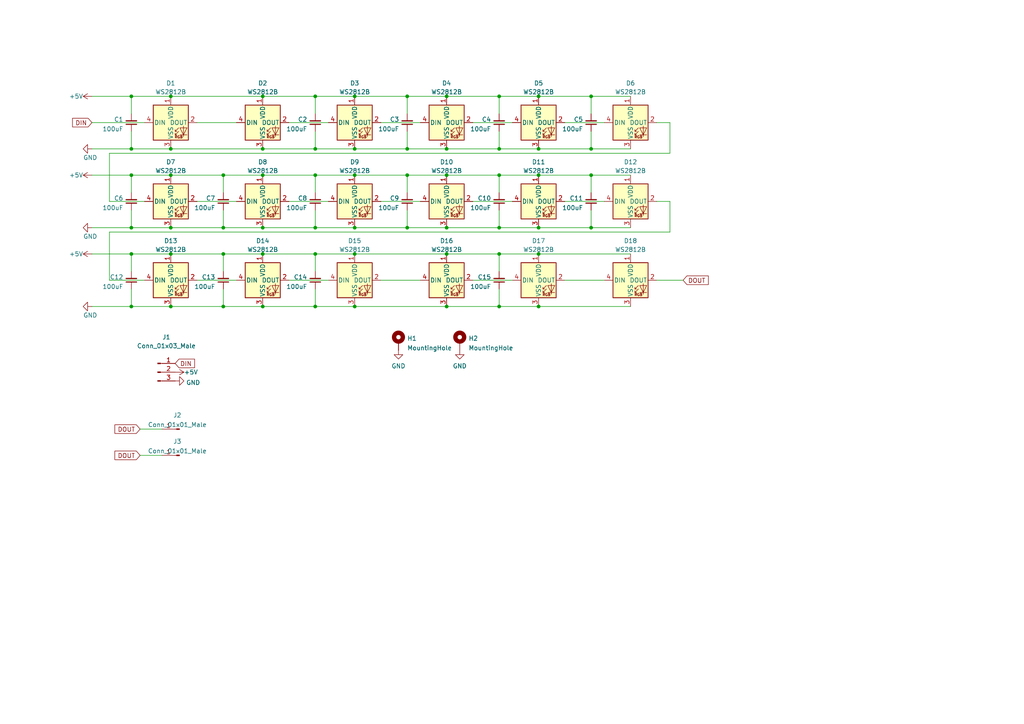
<source format=kicad_sch>
(kicad_sch (version 20211123) (generator eeschema)

  (uuid ffae2730-2409-4a52-a3a6-82e57daee1eb)

  (paper "A4")

  (lib_symbols
    (symbol "Connector:Conn_01x01_Male" (pin_names (offset 1.016) hide) (in_bom yes) (on_board yes)
      (property "Reference" "J" (id 0) (at 0 2.54 0)
        (effects (font (size 1.27 1.27)))
      )
      (property "Value" "Conn_01x01_Male" (id 1) (at 0 -2.54 0)
        (effects (font (size 1.27 1.27)))
      )
      (property "Footprint" "" (id 2) (at 0 0 0)
        (effects (font (size 1.27 1.27)) hide)
      )
      (property "Datasheet" "~" (id 3) (at 0 0 0)
        (effects (font (size 1.27 1.27)) hide)
      )
      (property "ki_keywords" "connector" (id 4) (at 0 0 0)
        (effects (font (size 1.27 1.27)) hide)
      )
      (property "ki_description" "Generic connector, single row, 01x01, script generated (kicad-library-utils/schlib/autogen/connector/)" (id 5) (at 0 0 0)
        (effects (font (size 1.27 1.27)) hide)
      )
      (property "ki_fp_filters" "Connector*:*" (id 6) (at 0 0 0)
        (effects (font (size 1.27 1.27)) hide)
      )
      (symbol "Conn_01x01_Male_1_1"
        (polyline
          (pts
            (xy 1.27 0)
            (xy 0.8636 0)
          )
          (stroke (width 0.1524) (type default) (color 0 0 0 0))
          (fill (type none))
        )
        (rectangle (start 0.8636 0.127) (end 0 -0.127)
          (stroke (width 0.1524) (type default) (color 0 0 0 0))
          (fill (type outline))
        )
        (pin passive line (at 5.08 0 180) (length 3.81)
          (name "Pin_1" (effects (font (size 1.27 1.27))))
          (number "1" (effects (font (size 1.27 1.27))))
        )
      )
    )
    (symbol "Connector:Conn_01x03_Male" (pin_names (offset 1.016) hide) (in_bom yes) (on_board yes)
      (property "Reference" "J" (id 0) (at 0 5.08 0)
        (effects (font (size 1.27 1.27)))
      )
      (property "Value" "Conn_01x03_Male" (id 1) (at 0 -5.08 0)
        (effects (font (size 1.27 1.27)))
      )
      (property "Footprint" "" (id 2) (at 0 0 0)
        (effects (font (size 1.27 1.27)) hide)
      )
      (property "Datasheet" "~" (id 3) (at 0 0 0)
        (effects (font (size 1.27 1.27)) hide)
      )
      (property "ki_keywords" "connector" (id 4) (at 0 0 0)
        (effects (font (size 1.27 1.27)) hide)
      )
      (property "ki_description" "Generic connector, single row, 01x03, script generated (kicad-library-utils/schlib/autogen/connector/)" (id 5) (at 0 0 0)
        (effects (font (size 1.27 1.27)) hide)
      )
      (property "ki_fp_filters" "Connector*:*_1x??_*" (id 6) (at 0 0 0)
        (effects (font (size 1.27 1.27)) hide)
      )
      (symbol "Conn_01x03_Male_1_1"
        (polyline
          (pts
            (xy 1.27 -2.54)
            (xy 0.8636 -2.54)
          )
          (stroke (width 0.1524) (type default) (color 0 0 0 0))
          (fill (type none))
        )
        (polyline
          (pts
            (xy 1.27 0)
            (xy 0.8636 0)
          )
          (stroke (width 0.1524) (type default) (color 0 0 0 0))
          (fill (type none))
        )
        (polyline
          (pts
            (xy 1.27 2.54)
            (xy 0.8636 2.54)
          )
          (stroke (width 0.1524) (type default) (color 0 0 0 0))
          (fill (type none))
        )
        (rectangle (start 0.8636 -2.413) (end 0 -2.667)
          (stroke (width 0.1524) (type default) (color 0 0 0 0))
          (fill (type outline))
        )
        (rectangle (start 0.8636 0.127) (end 0 -0.127)
          (stroke (width 0.1524) (type default) (color 0 0 0 0))
          (fill (type outline))
        )
        (rectangle (start 0.8636 2.667) (end 0 2.413)
          (stroke (width 0.1524) (type default) (color 0 0 0 0))
          (fill (type outline))
        )
        (pin passive line (at 5.08 2.54 180) (length 3.81)
          (name "Pin_1" (effects (font (size 1.27 1.27))))
          (number "1" (effects (font (size 1.27 1.27))))
        )
        (pin passive line (at 5.08 0 180) (length 3.81)
          (name "Pin_2" (effects (font (size 1.27 1.27))))
          (number "2" (effects (font (size 1.27 1.27))))
        )
        (pin passive line (at 5.08 -2.54 180) (length 3.81)
          (name "Pin_3" (effects (font (size 1.27 1.27))))
          (number "3" (effects (font (size 1.27 1.27))))
        )
      )
    )
    (symbol "Device:C_Small" (pin_numbers hide) (pin_names (offset 0.254) hide) (in_bom yes) (on_board yes)
      (property "Reference" "C" (id 0) (at 0.254 1.778 0)
        (effects (font (size 1.27 1.27)) (justify left))
      )
      (property "Value" "C_Small" (id 1) (at 0.254 -2.032 0)
        (effects (font (size 1.27 1.27)) (justify left))
      )
      (property "Footprint" "" (id 2) (at 0 0 0)
        (effects (font (size 1.27 1.27)) hide)
      )
      (property "Datasheet" "~" (id 3) (at 0 0 0)
        (effects (font (size 1.27 1.27)) hide)
      )
      (property "ki_keywords" "capacitor cap" (id 4) (at 0 0 0)
        (effects (font (size 1.27 1.27)) hide)
      )
      (property "ki_description" "Unpolarized capacitor, small symbol" (id 5) (at 0 0 0)
        (effects (font (size 1.27 1.27)) hide)
      )
      (property "ki_fp_filters" "C_*" (id 6) (at 0 0 0)
        (effects (font (size 1.27 1.27)) hide)
      )
      (symbol "C_Small_0_1"
        (polyline
          (pts
            (xy -1.524 -0.508)
            (xy 1.524 -0.508)
          )
          (stroke (width 0.3302) (type default) (color 0 0 0 0))
          (fill (type none))
        )
        (polyline
          (pts
            (xy -1.524 0.508)
            (xy 1.524 0.508)
          )
          (stroke (width 0.3048) (type default) (color 0 0 0 0))
          (fill (type none))
        )
      )
      (symbol "C_Small_1_1"
        (pin passive line (at 0 2.54 270) (length 2.032)
          (name "~" (effects (font (size 1.27 1.27))))
          (number "1" (effects (font (size 1.27 1.27))))
        )
        (pin passive line (at 0 -2.54 90) (length 2.032)
          (name "~" (effects (font (size 1.27 1.27))))
          (number "2" (effects (font (size 1.27 1.27))))
        )
      )
    )
    (symbol "LED:WS2812B" (pin_names (offset 0.254)) (in_bom yes) (on_board yes)
      (property "Reference" "D" (id 0) (at 5.08 5.715 0)
        (effects (font (size 1.27 1.27)) (justify right bottom))
      )
      (property "Value" "WS2812B" (id 1) (at 1.27 -5.715 0)
        (effects (font (size 1.27 1.27)) (justify left top))
      )
      (property "Footprint" "LED_SMD:LED_WS2812B_PLCC4_5.0x5.0mm_P3.2mm" (id 2) (at 1.27 -7.62 0)
        (effects (font (size 1.27 1.27)) (justify left top) hide)
      )
      (property "Datasheet" "https://cdn-shop.adafruit.com/datasheets/WS2812B.pdf" (id 3) (at 2.54 -9.525 0)
        (effects (font (size 1.27 1.27)) (justify left top) hide)
      )
      (property "ki_keywords" "RGB LED NeoPixel addressable" (id 4) (at 0 0 0)
        (effects (font (size 1.27 1.27)) hide)
      )
      (property "ki_description" "RGB LED with integrated controller" (id 5) (at 0 0 0)
        (effects (font (size 1.27 1.27)) hide)
      )
      (property "ki_fp_filters" "LED*WS2812*PLCC*5.0x5.0mm*P3.2mm*" (id 6) (at 0 0 0)
        (effects (font (size 1.27 1.27)) hide)
      )
      (symbol "WS2812B_0_0"
        (text "RGB" (at 2.286 -4.191 0)
          (effects (font (size 0.762 0.762)))
        )
      )
      (symbol "WS2812B_0_1"
        (polyline
          (pts
            (xy 1.27 -3.556)
            (xy 1.778 -3.556)
          )
          (stroke (width 0) (type default) (color 0 0 0 0))
          (fill (type none))
        )
        (polyline
          (pts
            (xy 1.27 -2.54)
            (xy 1.778 -2.54)
          )
          (stroke (width 0) (type default) (color 0 0 0 0))
          (fill (type none))
        )
        (polyline
          (pts
            (xy 4.699 -3.556)
            (xy 2.667 -3.556)
          )
          (stroke (width 0) (type default) (color 0 0 0 0))
          (fill (type none))
        )
        (polyline
          (pts
            (xy 2.286 -2.54)
            (xy 1.27 -3.556)
            (xy 1.27 -3.048)
          )
          (stroke (width 0) (type default) (color 0 0 0 0))
          (fill (type none))
        )
        (polyline
          (pts
            (xy 2.286 -1.524)
            (xy 1.27 -2.54)
            (xy 1.27 -2.032)
          )
          (stroke (width 0) (type default) (color 0 0 0 0))
          (fill (type none))
        )
        (polyline
          (pts
            (xy 3.683 -1.016)
            (xy 3.683 -3.556)
            (xy 3.683 -4.064)
          )
          (stroke (width 0) (type default) (color 0 0 0 0))
          (fill (type none))
        )
        (polyline
          (pts
            (xy 4.699 -1.524)
            (xy 2.667 -1.524)
            (xy 3.683 -3.556)
            (xy 4.699 -1.524)
          )
          (stroke (width 0) (type default) (color 0 0 0 0))
          (fill (type none))
        )
        (rectangle (start 5.08 5.08) (end -5.08 -5.08)
          (stroke (width 0.254) (type default) (color 0 0 0 0))
          (fill (type background))
        )
      )
      (symbol "WS2812B_1_1"
        (pin power_in line (at 0 7.62 270) (length 2.54)
          (name "VDD" (effects (font (size 1.27 1.27))))
          (number "1" (effects (font (size 1.27 1.27))))
        )
        (pin output line (at 7.62 0 180) (length 2.54)
          (name "DOUT" (effects (font (size 1.27 1.27))))
          (number "2" (effects (font (size 1.27 1.27))))
        )
        (pin power_in line (at 0 -7.62 90) (length 2.54)
          (name "VSS" (effects (font (size 1.27 1.27))))
          (number "3" (effects (font (size 1.27 1.27))))
        )
        (pin input line (at -7.62 0 0) (length 2.54)
          (name "DIN" (effects (font (size 1.27 1.27))))
          (number "4" (effects (font (size 1.27 1.27))))
        )
      )
    )
    (symbol "Mechanical:MountingHole_Pad" (pin_numbers hide) (pin_names (offset 1.016) hide) (in_bom yes) (on_board yes)
      (property "Reference" "H" (id 0) (at 0 6.35 0)
        (effects (font (size 1.27 1.27)))
      )
      (property "Value" "MountingHole_Pad" (id 1) (at 0 4.445 0)
        (effects (font (size 1.27 1.27)))
      )
      (property "Footprint" "" (id 2) (at 0 0 0)
        (effects (font (size 1.27 1.27)) hide)
      )
      (property "Datasheet" "~" (id 3) (at 0 0 0)
        (effects (font (size 1.27 1.27)) hide)
      )
      (property "ki_keywords" "mounting hole" (id 4) (at 0 0 0)
        (effects (font (size 1.27 1.27)) hide)
      )
      (property "ki_description" "Mounting Hole with connection" (id 5) (at 0 0 0)
        (effects (font (size 1.27 1.27)) hide)
      )
      (property "ki_fp_filters" "MountingHole*Pad*" (id 6) (at 0 0 0)
        (effects (font (size 1.27 1.27)) hide)
      )
      (symbol "MountingHole_Pad_0_1"
        (circle (center 0 1.27) (radius 1.27)
          (stroke (width 1.27) (type default) (color 0 0 0 0))
          (fill (type none))
        )
      )
      (symbol "MountingHole_Pad_1_1"
        (pin input line (at 0 -2.54 90) (length 2.54)
          (name "1" (effects (font (size 1.27 1.27))))
          (number "1" (effects (font (size 1.27 1.27))))
        )
      )
    )
    (symbol "power:+5V" (power) (pin_names (offset 0)) (in_bom yes) (on_board yes)
      (property "Reference" "#PWR" (id 0) (at 0 -3.81 0)
        (effects (font (size 1.27 1.27)) hide)
      )
      (property "Value" "+5V" (id 1) (at 0 3.556 0)
        (effects (font (size 1.27 1.27)))
      )
      (property "Footprint" "" (id 2) (at 0 0 0)
        (effects (font (size 1.27 1.27)) hide)
      )
      (property "Datasheet" "" (id 3) (at 0 0 0)
        (effects (font (size 1.27 1.27)) hide)
      )
      (property "ki_keywords" "power-flag" (id 4) (at 0 0 0)
        (effects (font (size 1.27 1.27)) hide)
      )
      (property "ki_description" "Power symbol creates a global label with name \"+5V\"" (id 5) (at 0 0 0)
        (effects (font (size 1.27 1.27)) hide)
      )
      (symbol "+5V_0_1"
        (polyline
          (pts
            (xy -0.762 1.27)
            (xy 0 2.54)
          )
          (stroke (width 0) (type default) (color 0 0 0 0))
          (fill (type none))
        )
        (polyline
          (pts
            (xy 0 0)
            (xy 0 2.54)
          )
          (stroke (width 0) (type default) (color 0 0 0 0))
          (fill (type none))
        )
        (polyline
          (pts
            (xy 0 2.54)
            (xy 0.762 1.27)
          )
          (stroke (width 0) (type default) (color 0 0 0 0))
          (fill (type none))
        )
      )
      (symbol "+5V_1_1"
        (pin power_in line (at 0 0 90) (length 0) hide
          (name "+5V" (effects (font (size 1.27 1.27))))
          (number "1" (effects (font (size 1.27 1.27))))
        )
      )
    )
    (symbol "power:GND" (power) (pin_names (offset 0)) (in_bom yes) (on_board yes)
      (property "Reference" "#PWR" (id 0) (at 0 -6.35 0)
        (effects (font (size 1.27 1.27)) hide)
      )
      (property "Value" "GND" (id 1) (at 0 -3.81 0)
        (effects (font (size 1.27 1.27)))
      )
      (property "Footprint" "" (id 2) (at 0 0 0)
        (effects (font (size 1.27 1.27)) hide)
      )
      (property "Datasheet" "" (id 3) (at 0 0 0)
        (effects (font (size 1.27 1.27)) hide)
      )
      (property "ki_keywords" "power-flag" (id 4) (at 0 0 0)
        (effects (font (size 1.27 1.27)) hide)
      )
      (property "ki_description" "Power symbol creates a global label with name \"GND\" , ground" (id 5) (at 0 0 0)
        (effects (font (size 1.27 1.27)) hide)
      )
      (symbol "GND_0_1"
        (polyline
          (pts
            (xy 0 0)
            (xy 0 -1.27)
            (xy 1.27 -1.27)
            (xy 0 -2.54)
            (xy -1.27 -1.27)
            (xy 0 -1.27)
          )
          (stroke (width 0) (type default) (color 0 0 0 0))
          (fill (type none))
        )
      )
      (symbol "GND_1_1"
        (pin power_in line (at 0 0 270) (length 0) hide
          (name "GND" (effects (font (size 1.27 1.27))))
          (number "1" (effects (font (size 1.27 1.27))))
        )
      )
    )
  )

  (junction (at 102.87 88.9) (diameter 0) (color 0 0 0 0)
    (uuid 01f9d933-3e64-4d94-9e75-0366e90c532b)
  )
  (junction (at 129.54 43.18) (diameter 0) (color 0 0 0 0)
    (uuid 033c6462-39d5-4f7e-a131-eca5958fc80a)
  )
  (junction (at 156.21 73.66) (diameter 0) (color 0 0 0 0)
    (uuid 05376afb-523b-422d-b978-d42cac27e991)
  )
  (junction (at 102.87 50.8) (diameter 0) (color 0 0 0 0)
    (uuid 06e5fdcb-b2e1-4a49-882f-a83d55e4d87d)
  )
  (junction (at 64.77 66.04) (diameter 0) (color 0 0 0 0)
    (uuid 0aa847bc-ca2b-4611-86db-a3d568857af8)
  )
  (junction (at 102.87 43.18) (diameter 0) (color 0 0 0 0)
    (uuid 13b95988-03d0-44bf-9735-903516e305c6)
  )
  (junction (at 38.1 27.94) (diameter 0) (color 0 0 0 0)
    (uuid 2222225b-83dc-47fd-8dae-c5254e70cf2a)
  )
  (junction (at 49.53 66.04) (diameter 0) (color 0 0 0 0)
    (uuid 222b28f4-b39a-408a-90be-d68d8c3815de)
  )
  (junction (at 118.11 50.8) (diameter 0) (color 0 0 0 0)
    (uuid 240a2e69-6b53-4741-a7cb-045100f434e1)
  )
  (junction (at 91.44 88.9) (diameter 0) (color 0 0 0 0)
    (uuid 26ee8a6b-9cab-48a8-90c9-ed36d951f808)
  )
  (junction (at 91.44 50.8) (diameter 0) (color 0 0 0 0)
    (uuid 28ce0c9c-c660-4a27-861f-462351af72f5)
  )
  (junction (at 49.53 50.8) (diameter 0) (color 0 0 0 0)
    (uuid 2926cc3e-ec7e-499f-b919-7bf7a4234444)
  )
  (junction (at 171.45 27.94) (diameter 0) (color 0 0 0 0)
    (uuid 2d720351-0ba8-46d1-a9c6-48716b1fe711)
  )
  (junction (at 38.1 66.04) (diameter 0) (color 0 0 0 0)
    (uuid 33efeebc-61f9-4112-bced-5f44a2f8d70b)
  )
  (junction (at 144.78 73.66) (diameter 0) (color 0 0 0 0)
    (uuid 35e42f05-2d4e-4a53-8a0a-e3317c3dfb94)
  )
  (junction (at 76.2 27.94) (diameter 0) (color 0 0 0 0)
    (uuid 3bf6c241-7673-4421-99a6-b2d7dd261f80)
  )
  (junction (at 102.87 73.66) (diameter 0) (color 0 0 0 0)
    (uuid 48ae0b3e-9095-4b03-81d1-0ed50142ae1c)
  )
  (junction (at 38.1 43.18) (diameter 0) (color 0 0 0 0)
    (uuid 59a4f948-8c52-4dc7-b840-c9865c17a757)
  )
  (junction (at 49.53 27.94) (diameter 0) (color 0 0 0 0)
    (uuid 5ab0120b-2882-4bef-ad2c-6c75f1c66fe8)
  )
  (junction (at 144.78 66.04) (diameter 0) (color 0 0 0 0)
    (uuid 5f307aaa-c78d-466a-b5f1-e9749b8abb96)
  )
  (junction (at 118.11 43.18) (diameter 0) (color 0 0 0 0)
    (uuid 642660ae-7fe8-4799-afbd-12617d443464)
  )
  (junction (at 76.2 73.66) (diameter 0) (color 0 0 0 0)
    (uuid 69e92573-536e-4423-b480-d12864c729f1)
  )
  (junction (at 129.54 73.66) (diameter 0) (color 0 0 0 0)
    (uuid 6b4f56f1-bd65-4814-9ba3-ee4835b1b0d9)
  )
  (junction (at 156.21 43.18) (diameter 0) (color 0 0 0 0)
    (uuid 713e480c-bb1d-4324-8bc5-d294a306dffc)
  )
  (junction (at 156.21 50.8) (diameter 0) (color 0 0 0 0)
    (uuid 71eafd37-d5fe-4d92-ba1c-8bc60fddba4f)
  )
  (junction (at 129.54 66.04) (diameter 0) (color 0 0 0 0)
    (uuid 72469c6f-b429-4229-a330-65ed9a449e0c)
  )
  (junction (at 76.2 43.18) (diameter 0) (color 0 0 0 0)
    (uuid 72e00d4c-8fb4-4fb3-a322-bd8c560bcb30)
  )
  (junction (at 144.78 88.9) (diameter 0) (color 0 0 0 0)
    (uuid 73a7f7aa-f40f-4b8d-8b98-932fdf269a8d)
  )
  (junction (at 156.21 66.04) (diameter 0) (color 0 0 0 0)
    (uuid 77dbdad9-5daa-49fa-a09e-a8898e0f10e9)
  )
  (junction (at 49.53 73.66) (diameter 0) (color 0 0 0 0)
    (uuid 7a07896b-745e-4240-8152-3a2441417727)
  )
  (junction (at 64.77 50.8) (diameter 0) (color 0 0 0 0)
    (uuid 7f25b045-f7b1-4001-a559-f31e0bb8a401)
  )
  (junction (at 102.87 27.94) (diameter 0) (color 0 0 0 0)
    (uuid 83c16b5b-27bc-43e8-8d10-28177cb72288)
  )
  (junction (at 118.11 66.04) (diameter 0) (color 0 0 0 0)
    (uuid 84bf4721-bd64-47e8-9305-8269decf1a88)
  )
  (junction (at 102.87 66.04) (diameter 0) (color 0 0 0 0)
    (uuid 877addf7-6029-43ff-b03b-6d8e69abce0a)
  )
  (junction (at 171.45 50.8) (diameter 0) (color 0 0 0 0)
    (uuid 97c7b1e1-5655-4816-95ea-18fba92b11dc)
  )
  (junction (at 76.2 66.04) (diameter 0) (color 0 0 0 0)
    (uuid 9f12e5af-f234-4e15-a0b7-8bf6d20b455a)
  )
  (junction (at 129.54 27.94) (diameter 0) (color 0 0 0 0)
    (uuid a6248275-f07a-456d-8e69-0f17c3d9a9fd)
  )
  (junction (at 129.54 88.9) (diameter 0) (color 0 0 0 0)
    (uuid a8d07ed2-25b9-47c6-9070-b7f1d94de55b)
  )
  (junction (at 38.1 50.8) (diameter 0) (color 0 0 0 0)
    (uuid abd6e9a3-fd57-4112-889c-313680f50cd3)
  )
  (junction (at 156.21 27.94) (diameter 0) (color 0 0 0 0)
    (uuid b2bff616-744b-4144-90ed-27850043f8dd)
  )
  (junction (at 76.2 50.8) (diameter 0) (color 0 0 0 0)
    (uuid b43c4cec-e493-4bd0-a798-0b2204e288da)
  )
  (junction (at 91.44 73.66) (diameter 0) (color 0 0 0 0)
    (uuid b5dc7a97-058d-46bb-9c41-b7efd283a79e)
  )
  (junction (at 144.78 43.18) (diameter 0) (color 0 0 0 0)
    (uuid b6156ad5-3857-4fd6-93cc-67abd49e84ec)
  )
  (junction (at 91.44 66.04) (diameter 0) (color 0 0 0 0)
    (uuid b8b17daf-5381-410e-8b0c-0d255e4a9cd5)
  )
  (junction (at 129.54 50.8) (diameter 0) (color 0 0 0 0)
    (uuid c07cbfab-a727-48a5-9c5a-b1052092ba6e)
  )
  (junction (at 64.77 73.66) (diameter 0) (color 0 0 0 0)
    (uuid ca04f75e-8dff-4d42-832e-3bc65a6320c3)
  )
  (junction (at 49.53 43.18) (diameter 0) (color 0 0 0 0)
    (uuid cbc72544-8199-4d6f-87f5-7a5a11d00328)
  )
  (junction (at 118.11 27.94) (diameter 0) (color 0 0 0 0)
    (uuid ccd697fa-5840-4908-9905-afa3e38bdfa0)
  )
  (junction (at 171.45 66.04) (diameter 0) (color 0 0 0 0)
    (uuid cf126c9f-5efc-441e-be14-fdd360aac9c3)
  )
  (junction (at 38.1 88.9) (diameter 0) (color 0 0 0 0)
    (uuid d03477a4-3d9e-48b7-a3f3-2e34a7ddd91d)
  )
  (junction (at 144.78 27.94) (diameter 0) (color 0 0 0 0)
    (uuid d3a3a443-8d63-49e7-b3f5-ea4035f32241)
  )
  (junction (at 144.78 50.8) (diameter 0) (color 0 0 0 0)
    (uuid dd3e1a66-bab5-4a97-ba89-feb2cc0132b2)
  )
  (junction (at 91.44 27.94) (diameter 0) (color 0 0 0 0)
    (uuid e2701762-0b03-4209-9d67-e34a4d85fffc)
  )
  (junction (at 49.53 88.9) (diameter 0) (color 0 0 0 0)
    (uuid e4043930-b24c-4049-b756-418f04521df1)
  )
  (junction (at 76.2 88.9) (diameter 0) (color 0 0 0 0)
    (uuid e88e45f5-fc4d-4e18-bd6d-29ba2f0cc5cd)
  )
  (junction (at 171.45 43.18) (diameter 0) (color 0 0 0 0)
    (uuid ec315115-1cb2-413c-9941-0222c476bddb)
  )
  (junction (at 156.21 88.9) (diameter 0) (color 0 0 0 0)
    (uuid ef656ecd-430b-4bdf-8745-7ed927a5a73e)
  )
  (junction (at 64.77 88.9) (diameter 0) (color 0 0 0 0)
    (uuid f8c80e3b-2114-417a-8c69-37472df97ea9)
  )
  (junction (at 91.44 43.18) (diameter 0) (color 0 0 0 0)
    (uuid fc91b7e3-3233-4adb-8fb6-d80087f3be1b)
  )
  (junction (at 38.1 73.66) (diameter 0) (color 0 0 0 0)
    (uuid fe7b9f64-369c-40f4-9322-4c313ce1e541)
  )

  (wire (pts (xy 144.78 73.66) (xy 156.21 73.66))
    (stroke (width 0) (type default) (color 0 0 0 0))
    (uuid 01c6819a-5842-4519-9816-953cfec99973)
  )
  (wire (pts (xy 190.5 81.28) (xy 198.12 81.28))
    (stroke (width 0) (type default) (color 0 0 0 0))
    (uuid 0246783c-a12a-4f35-99e5-f899fcfddfd0)
  )
  (wire (pts (xy 31.75 81.28) (xy 41.91 81.28))
    (stroke (width 0) (type default) (color 0 0 0 0))
    (uuid 06059b92-6021-474f-81ba-1e6ca1ab7ed8)
  )
  (wire (pts (xy 91.44 38.1) (xy 91.44 43.18))
    (stroke (width 0) (type default) (color 0 0 0 0))
    (uuid 069802f3-e16e-4fc3-ad52-71357c0096e2)
  )
  (wire (pts (xy 129.54 88.9) (xy 144.78 88.9))
    (stroke (width 0) (type default) (color 0 0 0 0))
    (uuid 081faf62-e692-466c-86b4-6989f7853aeb)
  )
  (wire (pts (xy 76.2 50.8) (xy 91.44 50.8))
    (stroke (width 0) (type default) (color 0 0 0 0))
    (uuid 0a1e6f10-0340-4f28-bb87-298083738bf2)
  )
  (wire (pts (xy 38.1 60.96) (xy 38.1 66.04))
    (stroke (width 0) (type default) (color 0 0 0 0))
    (uuid 0c3fe58e-8589-4244-b18e-616dcd780c7f)
  )
  (wire (pts (xy 64.77 78.74) (xy 64.77 73.66))
    (stroke (width 0) (type default) (color 0 0 0 0))
    (uuid 0d22515b-4c47-49e6-8d0a-4bcf763bad1b)
  )
  (wire (pts (xy 144.78 27.94) (xy 156.21 27.94))
    (stroke (width 0) (type default) (color 0 0 0 0))
    (uuid 0da2a34a-5106-4597-b573-3c36f99a32d1)
  )
  (wire (pts (xy 171.45 43.18) (xy 182.88 43.18))
    (stroke (width 0) (type default) (color 0 0 0 0))
    (uuid 1279017b-477e-424f-94e2-9c198b4f7ee6)
  )
  (wire (pts (xy 26.67 73.66) (xy 38.1 73.66))
    (stroke (width 0) (type default) (color 0 0 0 0))
    (uuid 141f7366-3316-4b3b-a43f-b2a7bd12132a)
  )
  (wire (pts (xy 102.87 27.94) (xy 118.11 27.94))
    (stroke (width 0) (type default) (color 0 0 0 0))
    (uuid 16190e38-e248-4e1b-b4d4-a91588bcb712)
  )
  (wire (pts (xy 118.11 55.88) (xy 118.11 50.8))
    (stroke (width 0) (type default) (color 0 0 0 0))
    (uuid 183b54d2-fb7d-4969-b6ed-9c93b75e094f)
  )
  (wire (pts (xy 171.45 33.02) (xy 171.45 27.94))
    (stroke (width 0) (type default) (color 0 0 0 0))
    (uuid 184db87f-2fcf-4770-a045-b5b0eeb8f40d)
  )
  (wire (pts (xy 118.11 43.18) (xy 129.54 43.18))
    (stroke (width 0) (type default) (color 0 0 0 0))
    (uuid 1ad60fa6-ae75-41ae-973c-a7be56fc15b6)
  )
  (wire (pts (xy 49.53 88.9) (xy 64.77 88.9))
    (stroke (width 0) (type default) (color 0 0 0 0))
    (uuid 1afec7ac-6660-492c-afbf-4f75f29e0a4f)
  )
  (wire (pts (xy 118.11 27.94) (xy 129.54 27.94))
    (stroke (width 0) (type default) (color 0 0 0 0))
    (uuid 1b66f566-f1d5-4c37-ae7e-db7c58079f8e)
  )
  (wire (pts (xy 190.5 58.42) (xy 194.31 58.42))
    (stroke (width 0) (type default) (color 0 0 0 0))
    (uuid 1e3db4f2-9858-4312-9f2a-62912f249659)
  )
  (wire (pts (xy 57.15 35.56) (xy 68.58 35.56))
    (stroke (width 0) (type default) (color 0 0 0 0))
    (uuid 1f207c55-67aa-4a8e-a844-3ddd31a0dac0)
  )
  (wire (pts (xy 76.2 43.18) (xy 91.44 43.18))
    (stroke (width 0) (type default) (color 0 0 0 0))
    (uuid 202d03dd-665e-4611-b70d-e54ba9f2e6b2)
  )
  (wire (pts (xy 171.45 38.1) (xy 171.45 43.18))
    (stroke (width 0) (type default) (color 0 0 0 0))
    (uuid 256ee540-202a-4abf-9821-2132f187af21)
  )
  (wire (pts (xy 171.45 55.88) (xy 171.45 50.8))
    (stroke (width 0) (type default) (color 0 0 0 0))
    (uuid 2775e481-7e1a-4826-b93b-996402a5df34)
  )
  (wire (pts (xy 102.87 66.04) (xy 118.11 66.04))
    (stroke (width 0) (type default) (color 0 0 0 0))
    (uuid 2bb1b552-1802-47d3-baf1-376ad1e5dd3e)
  )
  (wire (pts (xy 83.82 35.56) (xy 95.25 35.56))
    (stroke (width 0) (type default) (color 0 0 0 0))
    (uuid 2c49a009-2506-4d15-beae-f70e264aba43)
  )
  (wire (pts (xy 91.44 60.96) (xy 91.44 66.04))
    (stroke (width 0) (type default) (color 0 0 0 0))
    (uuid 30714581-e4f6-4ffa-968b-c99cd750fa4e)
  )
  (wire (pts (xy 64.77 55.88) (xy 64.77 50.8))
    (stroke (width 0) (type default) (color 0 0 0 0))
    (uuid 32a0da81-8792-474c-9815-1e53fdb98cca)
  )
  (wire (pts (xy 91.44 55.88) (xy 91.44 50.8))
    (stroke (width 0) (type default) (color 0 0 0 0))
    (uuid 32fd25cc-582c-49b1-a8f6-e340ba68f85e)
  )
  (wire (pts (xy 41.91 58.42) (xy 31.75 58.42))
    (stroke (width 0) (type default) (color 0 0 0 0))
    (uuid 3caef4a9-162a-4f39-bb83-3f53edde4a74)
  )
  (wire (pts (xy 110.49 35.56) (xy 121.92 35.56))
    (stroke (width 0) (type default) (color 0 0 0 0))
    (uuid 3f539414-89ba-4f37-bc8a-3da4cf1c211f)
  )
  (wire (pts (xy 171.45 50.8) (xy 182.88 50.8))
    (stroke (width 0) (type default) (color 0 0 0 0))
    (uuid 44e7021c-c1e1-4e7d-9ec7-c79d3e416f6b)
  )
  (wire (pts (xy 31.75 67.31) (xy 31.75 81.28))
    (stroke (width 0) (type default) (color 0 0 0 0))
    (uuid 46046ae0-78a1-4da1-9cd5-cd16d9d3f865)
  )
  (wire (pts (xy 171.45 60.96) (xy 171.45 66.04))
    (stroke (width 0) (type default) (color 0 0 0 0))
    (uuid 4921d049-5b2d-4262-b362-3928ff5ef51d)
  )
  (wire (pts (xy 102.87 88.9) (xy 129.54 88.9))
    (stroke (width 0) (type default) (color 0 0 0 0))
    (uuid 4c22d894-b4e9-4d31-a73a-d84c8e314114)
  )
  (wire (pts (xy 144.78 78.74) (xy 144.78 73.66))
    (stroke (width 0) (type default) (color 0 0 0 0))
    (uuid 4cc15737-5c4e-464a-9782-7442bf9059cc)
  )
  (wire (pts (xy 129.54 66.04) (xy 144.78 66.04))
    (stroke (width 0) (type default) (color 0 0 0 0))
    (uuid 4d5a447b-6e66-42af-95bf-9fcae885ed5a)
  )
  (wire (pts (xy 129.54 50.8) (xy 144.78 50.8))
    (stroke (width 0) (type default) (color 0 0 0 0))
    (uuid 4ec5857f-f7a5-4874-8b51-2350f1586b80)
  )
  (wire (pts (xy 31.75 58.42) (xy 31.75 44.45))
    (stroke (width 0) (type default) (color 0 0 0 0))
    (uuid 4efc8ca8-e197-4a13-87bd-fc002102c401)
  )
  (wire (pts (xy 26.67 88.9) (xy 38.1 88.9))
    (stroke (width 0) (type default) (color 0 0 0 0))
    (uuid 501ea1f5-90c1-4577-b65c-92444a63efcd)
  )
  (wire (pts (xy 144.78 33.02) (xy 144.78 27.94))
    (stroke (width 0) (type default) (color 0 0 0 0))
    (uuid 50f3c45b-3134-41b7-8c64-a49b87793127)
  )
  (wire (pts (xy 49.53 73.66) (xy 64.77 73.66))
    (stroke (width 0) (type default) (color 0 0 0 0))
    (uuid 50f88143-dd63-4f74-bc8d-2fd3a5370357)
  )
  (wire (pts (xy 91.44 73.66) (xy 102.87 73.66))
    (stroke (width 0) (type default) (color 0 0 0 0))
    (uuid 550d8820-f9c5-4652-9a50-cf7fe4c6e1d7)
  )
  (wire (pts (xy 49.53 43.18) (xy 76.2 43.18))
    (stroke (width 0) (type default) (color 0 0 0 0))
    (uuid 558f166e-14a5-4b20-90cd-23918b7a625c)
  )
  (wire (pts (xy 137.16 58.42) (xy 148.59 58.42))
    (stroke (width 0) (type default) (color 0 0 0 0))
    (uuid 55f63549-8078-457e-b366-a582fbc63cf5)
  )
  (wire (pts (xy 144.78 50.8) (xy 156.21 50.8))
    (stroke (width 0) (type default) (color 0 0 0 0))
    (uuid 5752eee8-c887-44d6-ad69-68ade24c9d15)
  )
  (wire (pts (xy 40.64 124.46) (xy 46.99 124.46))
    (stroke (width 0) (type default) (color 0 0 0 0))
    (uuid 5b086c93-e118-4a7d-a261-5a9265abe4f3)
  )
  (wire (pts (xy 64.77 66.04) (xy 76.2 66.04))
    (stroke (width 0) (type default) (color 0 0 0 0))
    (uuid 601c92e2-1892-4a99-8cd0-c4274a32a3df)
  )
  (wire (pts (xy 49.53 27.94) (xy 76.2 27.94))
    (stroke (width 0) (type default) (color 0 0 0 0))
    (uuid 6021e0bf-979e-4327-9b1a-fcab06d9bbcf)
  )
  (wire (pts (xy 156.21 88.9) (xy 182.88 88.9))
    (stroke (width 0) (type default) (color 0 0 0 0))
    (uuid 6340ab02-84d9-421f-8f33-9ba7b0da757d)
  )
  (wire (pts (xy 26.67 27.94) (xy 38.1 27.94))
    (stroke (width 0) (type default) (color 0 0 0 0))
    (uuid 641ea930-726f-4bc1-98ca-fb287c4df061)
  )
  (wire (pts (xy 110.49 58.42) (xy 121.92 58.42))
    (stroke (width 0) (type default) (color 0 0 0 0))
    (uuid 65eb60ff-3882-4383-bbd4-de2a4361b9e3)
  )
  (wire (pts (xy 118.11 38.1) (xy 118.11 43.18))
    (stroke (width 0) (type default) (color 0 0 0 0))
    (uuid 661413db-d7af-4866-930e-d21179913b4f)
  )
  (wire (pts (xy 194.31 58.42) (xy 194.31 67.31))
    (stroke (width 0) (type default) (color 0 0 0 0))
    (uuid 67c20d5d-ce07-4640-8d57-f26de18fefd5)
  )
  (wire (pts (xy 163.83 35.56) (xy 175.26 35.56))
    (stroke (width 0) (type default) (color 0 0 0 0))
    (uuid 68c65958-1801-4b6b-88ac-c415d7f2ad67)
  )
  (wire (pts (xy 38.1 27.94) (xy 49.53 27.94))
    (stroke (width 0) (type default) (color 0 0 0 0))
    (uuid 6976b33c-7715-4e7c-8e97-4031b64088d1)
  )
  (wire (pts (xy 38.1 43.18) (xy 49.53 43.18))
    (stroke (width 0) (type default) (color 0 0 0 0))
    (uuid 6b509337-5ea5-459c-bc15-268c4faef86f)
  )
  (wire (pts (xy 194.31 35.56) (xy 190.5 35.56))
    (stroke (width 0) (type default) (color 0 0 0 0))
    (uuid 6f4a6e26-e72d-4b2e-a829-1b0ad7d5fc8d)
  )
  (wire (pts (xy 129.54 43.18) (xy 144.78 43.18))
    (stroke (width 0) (type default) (color 0 0 0 0))
    (uuid 6fdde01e-c3a0-47dd-b746-b9e947bc95b6)
  )
  (wire (pts (xy 38.1 33.02) (xy 38.1 27.94))
    (stroke (width 0) (type default) (color 0 0 0 0))
    (uuid 6ff296e9-e53a-4da4-8f0c-6166a1d4d999)
  )
  (wire (pts (xy 163.83 58.42) (xy 175.26 58.42))
    (stroke (width 0) (type default) (color 0 0 0 0))
    (uuid 7315e2a0-d392-488c-b431-b8a43d8b891d)
  )
  (wire (pts (xy 144.78 43.18) (xy 156.21 43.18))
    (stroke (width 0) (type default) (color 0 0 0 0))
    (uuid 7d1839c1-a298-4b7f-b623-f37cf1ee8cc8)
  )
  (wire (pts (xy 137.16 35.56) (xy 148.59 35.56))
    (stroke (width 0) (type default) (color 0 0 0 0))
    (uuid 80930734-bad9-4294-91e1-3577488407f7)
  )
  (wire (pts (xy 31.75 44.45) (xy 194.31 44.45))
    (stroke (width 0) (type default) (color 0 0 0 0))
    (uuid 8247555e-adb1-4952-bd8b-9a1ccfd193a3)
  )
  (wire (pts (xy 156.21 50.8) (xy 171.45 50.8))
    (stroke (width 0) (type default) (color 0 0 0 0))
    (uuid 828a583e-cb33-4ecb-861b-475bc4fb6d8a)
  )
  (wire (pts (xy 91.44 50.8) (xy 102.87 50.8))
    (stroke (width 0) (type default) (color 0 0 0 0))
    (uuid 8702b66c-6eb5-4df4-bfc5-c4caac14cdd6)
  )
  (wire (pts (xy 38.1 88.9) (xy 49.53 88.9))
    (stroke (width 0) (type default) (color 0 0 0 0))
    (uuid 87bbe75f-5ddc-4fcd-984a-7e7a907ea006)
  )
  (wire (pts (xy 118.11 66.04) (xy 129.54 66.04))
    (stroke (width 0) (type default) (color 0 0 0 0))
    (uuid 89470cbb-be35-4a38-8f6c-1aff44a1c6b3)
  )
  (wire (pts (xy 57.15 81.28) (xy 68.58 81.28))
    (stroke (width 0) (type default) (color 0 0 0 0))
    (uuid 8b7233de-e409-41a4-a685-a51371117ab3)
  )
  (wire (pts (xy 49.53 66.04) (xy 64.77 66.04))
    (stroke (width 0) (type default) (color 0 0 0 0))
    (uuid 918c807f-6f86-4bc2-8d81-0b8340d14a2c)
  )
  (wire (pts (xy 102.87 73.66) (xy 129.54 73.66))
    (stroke (width 0) (type default) (color 0 0 0 0))
    (uuid 93493ace-d8f0-4075-94a8-c6a15bfc24ff)
  )
  (wire (pts (xy 57.15 58.42) (xy 68.58 58.42))
    (stroke (width 0) (type default) (color 0 0 0 0))
    (uuid 95c0edf4-0ad9-43ce-bcd4-6700ae48f23f)
  )
  (wire (pts (xy 76.2 73.66) (xy 91.44 73.66))
    (stroke (width 0) (type default) (color 0 0 0 0))
    (uuid 99473071-a70a-4d95-a56a-42f31e5f38bb)
  )
  (wire (pts (xy 144.78 83.82) (xy 144.78 88.9))
    (stroke (width 0) (type default) (color 0 0 0 0))
    (uuid 9c428a97-55f3-4e24-9f93-477d3297e7e7)
  )
  (wire (pts (xy 76.2 27.94) (xy 91.44 27.94))
    (stroke (width 0) (type default) (color 0 0 0 0))
    (uuid 9c901e60-4167-4238-ab74-82ec6b442771)
  )
  (wire (pts (xy 26.67 35.56) (xy 41.91 35.56))
    (stroke (width 0) (type default) (color 0 0 0 0))
    (uuid 9cf5929c-9533-42e1-9f13-adf4f64c9f53)
  )
  (wire (pts (xy 144.78 55.88) (xy 144.78 50.8))
    (stroke (width 0) (type default) (color 0 0 0 0))
    (uuid 9d49658c-32bc-482c-be6b-d7b137166e08)
  )
  (wire (pts (xy 91.44 66.04) (xy 102.87 66.04))
    (stroke (width 0) (type default) (color 0 0 0 0))
    (uuid 9ebbd44a-3d73-45ca-8f10-dac9848d0f1d)
  )
  (wire (pts (xy 156.21 66.04) (xy 171.45 66.04))
    (stroke (width 0) (type default) (color 0 0 0 0))
    (uuid a3aca66e-0260-49f9-949e-e0960bc113f0)
  )
  (wire (pts (xy 83.82 58.42) (xy 95.25 58.42))
    (stroke (width 0) (type default) (color 0 0 0 0))
    (uuid a4046170-c56b-4382-a920-f3c59154758c)
  )
  (wire (pts (xy 91.44 83.82) (xy 91.44 88.9))
    (stroke (width 0) (type default) (color 0 0 0 0))
    (uuid a45a9fc6-94f1-41b5-92bd-374472649f57)
  )
  (wire (pts (xy 83.82 81.28) (xy 95.25 81.28))
    (stroke (width 0) (type default) (color 0 0 0 0))
    (uuid a75a5fcb-b583-41ff-a68b-4d6c36e397b0)
  )
  (wire (pts (xy 26.67 50.8) (xy 38.1 50.8))
    (stroke (width 0) (type default) (color 0 0 0 0))
    (uuid aa56b559-dd4a-4c59-86b2-8959f0d70431)
  )
  (wire (pts (xy 144.78 88.9) (xy 156.21 88.9))
    (stroke (width 0) (type default) (color 0 0 0 0))
    (uuid aae46401-f3e5-4015-afd5-4ee385e9b5da)
  )
  (wire (pts (xy 156.21 27.94) (xy 171.45 27.94))
    (stroke (width 0) (type default) (color 0 0 0 0))
    (uuid b30329b7-a9f0-4f83-9e97-cee753d98c0d)
  )
  (wire (pts (xy 144.78 66.04) (xy 156.21 66.04))
    (stroke (width 0) (type default) (color 0 0 0 0))
    (uuid b3137d33-ed51-4e0f-b7c0-2357df2d52dd)
  )
  (wire (pts (xy 171.45 66.04) (xy 182.88 66.04))
    (stroke (width 0) (type default) (color 0 0 0 0))
    (uuid b6cc4ac6-ac06-4d90-87b6-c8f8575f4d55)
  )
  (wire (pts (xy 38.1 66.04) (xy 49.53 66.04))
    (stroke (width 0) (type default) (color 0 0 0 0))
    (uuid b93c7c03-bcb9-442c-97fe-47cc7046aa3c)
  )
  (wire (pts (xy 64.77 50.8) (xy 76.2 50.8))
    (stroke (width 0) (type default) (color 0 0 0 0))
    (uuid b9e8f347-eccd-4214-803b-8ac43dc4f01d)
  )
  (wire (pts (xy 118.11 60.96) (xy 118.11 66.04))
    (stroke (width 0) (type default) (color 0 0 0 0))
    (uuid bbbfe46a-b807-47db-bd5a-d0fb8330e10d)
  )
  (wire (pts (xy 102.87 43.18) (xy 118.11 43.18))
    (stroke (width 0) (type default) (color 0 0 0 0))
    (uuid bcf3708d-2357-4f2d-b8d4-c79f0613ab97)
  )
  (wire (pts (xy 76.2 88.9) (xy 91.44 88.9))
    (stroke (width 0) (type default) (color 0 0 0 0))
    (uuid bd9076c1-d27f-40f6-82de-ecddc90a37a7)
  )
  (wire (pts (xy 163.83 81.28) (xy 175.26 81.28))
    (stroke (width 0) (type default) (color 0 0 0 0))
    (uuid c16ff031-8fdc-46e0-905b-e07e59903de4)
  )
  (wire (pts (xy 144.78 60.96) (xy 144.78 66.04))
    (stroke (width 0) (type default) (color 0 0 0 0))
    (uuid c3631bdd-cc81-40ff-87f4-ccc288141a03)
  )
  (wire (pts (xy 194.31 44.45) (xy 194.31 35.56))
    (stroke (width 0) (type default) (color 0 0 0 0))
    (uuid c6fe2fb2-9fd1-4f10-a86d-81a5535387c0)
  )
  (wire (pts (xy 26.67 43.18) (xy 38.1 43.18))
    (stroke (width 0) (type default) (color 0 0 0 0))
    (uuid cabd4145-3b1c-49d2-b8f0-a4f6b01ecf51)
  )
  (wire (pts (xy 91.44 27.94) (xy 102.87 27.94))
    (stroke (width 0) (type default) (color 0 0 0 0))
    (uuid cc4d5e0a-9f3e-4475-b5e5-9bf9c4d9ede6)
  )
  (wire (pts (xy 38.1 83.82) (xy 38.1 88.9))
    (stroke (width 0) (type default) (color 0 0 0 0))
    (uuid cdde752c-b8d3-4e2e-9ff5-bd4a8c050f0c)
  )
  (wire (pts (xy 156.21 73.66) (xy 182.88 73.66))
    (stroke (width 0) (type default) (color 0 0 0 0))
    (uuid ce085a41-83ce-4321-8c18-6a1d50817569)
  )
  (wire (pts (xy 91.44 88.9) (xy 102.87 88.9))
    (stroke (width 0) (type default) (color 0 0 0 0))
    (uuid ce49d232-662e-423e-b040-a631ad88474e)
  )
  (wire (pts (xy 38.1 78.74) (xy 38.1 73.66))
    (stroke (width 0) (type default) (color 0 0 0 0))
    (uuid d040899a-f9e3-46bc-8ac2-77e46db8e59f)
  )
  (wire (pts (xy 129.54 73.66) (xy 144.78 73.66))
    (stroke (width 0) (type default) (color 0 0 0 0))
    (uuid d2bd5e2d-19b5-4464-9631-15e72e81540d)
  )
  (wire (pts (xy 76.2 66.04) (xy 91.44 66.04))
    (stroke (width 0) (type default) (color 0 0 0 0))
    (uuid d3ae3b30-5c45-4838-93fa-fd0de3b92643)
  )
  (wire (pts (xy 194.31 67.31) (xy 31.75 67.31))
    (stroke (width 0) (type default) (color 0 0 0 0))
    (uuid d3f7d1ce-8709-4e87-b2b4-fd1c26ac455a)
  )
  (wire (pts (xy 64.77 88.9) (xy 76.2 88.9))
    (stroke (width 0) (type default) (color 0 0 0 0))
    (uuid d4f01d1e-5e63-459f-bfa9-3bd8540ee3e9)
  )
  (wire (pts (xy 38.1 50.8) (xy 49.53 50.8))
    (stroke (width 0) (type default) (color 0 0 0 0))
    (uuid da255f51-d263-40cd-8834-1a3dab5b8877)
  )
  (wire (pts (xy 156.21 43.18) (xy 171.45 43.18))
    (stroke (width 0) (type default) (color 0 0 0 0))
    (uuid ded12e46-79e5-4e4e-91a2-0b24642bee09)
  )
  (wire (pts (xy 38.1 73.66) (xy 49.53 73.66))
    (stroke (width 0) (type default) (color 0 0 0 0))
    (uuid e0f9e478-3f7c-43c1-850d-4c6f90e67b9b)
  )
  (wire (pts (xy 40.64 132.08) (xy 46.99 132.08))
    (stroke (width 0) (type default) (color 0 0 0 0))
    (uuid e101ff3b-1dd7-459e-bbd4-8cb1ea5e4dfb)
  )
  (wire (pts (xy 26.67 66.04) (xy 38.1 66.04))
    (stroke (width 0) (type default) (color 0 0 0 0))
    (uuid e1ac6bb0-88d6-48a8-a918-9c3f12f38d6e)
  )
  (wire (pts (xy 137.16 81.28) (xy 148.59 81.28))
    (stroke (width 0) (type default) (color 0 0 0 0))
    (uuid e212668c-4a63-4dab-8915-0d32a802ac46)
  )
  (wire (pts (xy 91.44 33.02) (xy 91.44 27.94))
    (stroke (width 0) (type default) (color 0 0 0 0))
    (uuid e5e2aae1-08c3-414d-9e16-1a8b31462712)
  )
  (wire (pts (xy 91.44 43.18) (xy 102.87 43.18))
    (stroke (width 0) (type default) (color 0 0 0 0))
    (uuid e729e1bb-b7d6-4e71-b88d-eea835dc024c)
  )
  (wire (pts (xy 64.77 83.82) (xy 64.77 88.9))
    (stroke (width 0) (type default) (color 0 0 0 0))
    (uuid e7ceadf2-1447-46aa-9c55-795042b71ddd)
  )
  (wire (pts (xy 118.11 33.02) (xy 118.11 27.94))
    (stroke (width 0) (type default) (color 0 0 0 0))
    (uuid eb0d8de7-e648-4a31-9bb1-d4b880e9d80a)
  )
  (wire (pts (xy 49.53 50.8) (xy 64.77 50.8))
    (stroke (width 0) (type default) (color 0 0 0 0))
    (uuid ecab57a3-b2e6-45ab-8170-262ca70eb2e8)
  )
  (wire (pts (xy 64.77 73.66) (xy 76.2 73.66))
    (stroke (width 0) (type default) (color 0 0 0 0))
    (uuid ed0b3061-4143-4365-a511-6646756fc540)
  )
  (wire (pts (xy 129.54 27.94) (xy 144.78 27.94))
    (stroke (width 0) (type default) (color 0 0 0 0))
    (uuid edaa26c7-9ce6-4273-a130-badf2775f0cf)
  )
  (wire (pts (xy 110.49 81.28) (xy 121.92 81.28))
    (stroke (width 0) (type default) (color 0 0 0 0))
    (uuid efc0d817-5ae8-4b58-b3f3-ff867d2e3074)
  )
  (wire (pts (xy 118.11 50.8) (xy 129.54 50.8))
    (stroke (width 0) (type default) (color 0 0 0 0))
    (uuid f049aa5b-8ea7-4439-8089-e4f6c3f15bb3)
  )
  (wire (pts (xy 38.1 55.88) (xy 38.1 50.8))
    (stroke (width 0) (type default) (color 0 0 0 0))
    (uuid f3930ce5-c70c-4ae6-b0e6-2a0f63823cb4)
  )
  (wire (pts (xy 64.77 60.96) (xy 64.77 66.04))
    (stroke (width 0) (type default) (color 0 0 0 0))
    (uuid f51c0a95-2e26-4e3f-8755-2a381239133c)
  )
  (wire (pts (xy 91.44 78.74) (xy 91.44 73.66))
    (stroke (width 0) (type default) (color 0 0 0 0))
    (uuid f723e683-2ea6-4e9f-9e84-cf2176a800cc)
  )
  (wire (pts (xy 171.45 27.94) (xy 182.88 27.94))
    (stroke (width 0) (type default) (color 0 0 0 0))
    (uuid faaccdc7-1a1f-4e39-84fa-453938e5407c)
  )
  (wire (pts (xy 102.87 50.8) (xy 118.11 50.8))
    (stroke (width 0) (type default) (color 0 0 0 0))
    (uuid fb7149e3-67c2-401d-b26b-b650007f58c5)
  )
  (wire (pts (xy 38.1 38.1) (xy 38.1 43.18))
    (stroke (width 0) (type default) (color 0 0 0 0))
    (uuid fddfbf18-904b-4411-83dd-1cbc2b8ff629)
  )
  (wire (pts (xy 144.78 38.1) (xy 144.78 43.18))
    (stroke (width 0) (type default) (color 0 0 0 0))
    (uuid ff39e288-ab13-486a-8368-418be81994f8)
  )

  (global_label "DOUT" (shape input) (at 198.12 81.28 0) (fields_autoplaced)
    (effects (font (size 1.27 1.27)) (justify left))
    (uuid 21dca0be-dc2f-4485-87a5-c6b7d7a68055)
    (property "Intersheet References" "${INTERSHEET_REFS}" (id 0) (at 205.4317 81.3594 0)
      (effects (font (size 1.27 1.27)) (justify left) hide)
    )
  )
  (global_label "DIN" (shape input) (at 26.67 35.56 180) (fields_autoplaced)
    (effects (font (size 1.27 1.27)) (justify right))
    (uuid 86f4d128-60ac-46ec-bb3d-57f8d81ff699)
    (property "Intersheet References" "${INTERSHEET_REFS}" (id 0) (at 21.0517 35.4806 0)
      (effects (font (size 1.27 1.27)) (justify right) hide)
    )
  )
  (global_label "DIN" (shape input) (at 50.8 105.41 0) (fields_autoplaced)
    (effects (font (size 1.27 1.27)) (justify left))
    (uuid ceba8332-fca2-4249-8131-e085868f0781)
    (property "Intersheet References" "${INTERSHEET_REFS}" (id 0) (at 56.4183 105.4894 0)
      (effects (font (size 1.27 1.27)) (justify left) hide)
    )
  )
  (global_label "DOUT" (shape input) (at 40.64 132.08 180) (fields_autoplaced)
    (effects (font (size 1.27 1.27)) (justify right))
    (uuid d2d67195-391d-4714-8d6b-288cbf949d73)
    (property "Intersheet References" "${INTERSHEET_REFS}" (id 0) (at 33.3283 132.0006 0)
      (effects (font (size 1.27 1.27)) (justify right) hide)
    )
  )
  (global_label "DOUT" (shape input) (at 40.64 124.46 180) (fields_autoplaced)
    (effects (font (size 1.27 1.27)) (justify right))
    (uuid fa04f902-1f42-4bdd-873f-1fc48ab12bed)
    (property "Intersheet References" "${INTERSHEET_REFS}" (id 0) (at 33.3283 124.3806 0)
      (effects (font (size 1.27 1.27)) (justify right) hide)
    )
  )

  (symbol (lib_id "LED:WS2812B") (at 182.88 35.56 0) (unit 1)
    (in_bom yes) (on_board yes)
    (uuid 087fea9a-336b-4ff5-85c4-500c51cf4864)
    (property "Reference" "D6" (id 0) (at 182.88 24.13 0))
    (property "Value" "WS2812B" (id 1) (at 182.88 26.67 0))
    (property "Footprint" "Daylight:LED_WS2812B_PLCC4_5.0x5.0mm_P3.2mm" (id 2) (at 184.15 43.18 0)
      (effects (font (size 1.27 1.27)) (justify left top) hide)
    )
    (property "Datasheet" "https://cdn-shop.adafruit.com/datasheets/WS2812B.pdf" (id 3) (at 185.42 45.085 0)
      (effects (font (size 1.27 1.27)) (justify left top) hide)
    )
    (pin "1" (uuid 502b6586-a8f2-4158-8ab8-b71fa6c2b934))
    (pin "2" (uuid 35545c41-de98-4ec0-9b2e-7d246a84d517))
    (pin "3" (uuid 41123cba-a5b9-43f5-a2de-16e02e8cc5c7))
    (pin "4" (uuid e7eea971-9c23-4576-96ed-f2e6fb5433e3))
  )

  (symbol (lib_id "power:+5V") (at 26.67 73.66 90) (unit 1)
    (in_bom yes) (on_board yes)
    (uuid 0adbbe8f-0071-4835-8ef7-0b85fe354a27)
    (property "Reference" "#PWR05" (id 0) (at 30.48 73.66 0)
      (effects (font (size 1.27 1.27)) hide)
    )
    (property "Value" "+5V" (id 1) (at 24.13 73.66 90)
      (effects (font (size 1.27 1.27)) (justify left))
    )
    (property "Footprint" "" (id 2) (at 26.67 73.66 0)
      (effects (font (size 1.27 1.27)) hide)
    )
    (property "Datasheet" "" (id 3) (at 26.67 73.66 0)
      (effects (font (size 1.27 1.27)) hide)
    )
    (pin "1" (uuid e0477a54-7f56-4039-8678-ddc4912cc228))
  )

  (symbol (lib_id "power:GND") (at 26.67 43.18 270) (unit 1)
    (in_bom yes) (on_board yes)
    (uuid 0e1fdeb1-2b1c-4d23-a1a7-069fdc59f064)
    (property "Reference" "#PWR02" (id 0) (at 20.32 43.18 0)
      (effects (font (size 1.27 1.27)) hide)
    )
    (property "Value" "GND" (id 1) (at 24.13 45.72 90)
      (effects (font (size 1.27 1.27)) (justify left))
    )
    (property "Footprint" "" (id 2) (at 26.67 43.18 0)
      (effects (font (size 1.27 1.27)) hide)
    )
    (property "Datasheet" "" (id 3) (at 26.67 43.18 0)
      (effects (font (size 1.27 1.27)) hide)
    )
    (pin "1" (uuid a8fb5c54-1d6a-4168-82ce-1564943d3b04))
  )

  (symbol (lib_id "power:GND") (at 50.8 110.49 90) (unit 1)
    (in_bom yes) (on_board yes) (fields_autoplaced)
    (uuid 15200114-c51a-4499-97e2-8f516170757e)
    (property "Reference" "#PWR010" (id 0) (at 57.15 110.49 0)
      (effects (font (size 1.27 1.27)) hide)
    )
    (property "Value" "GND" (id 1) (at 53.975 110.969 90)
      (effects (font (size 1.27 1.27)) (justify right))
    )
    (property "Footprint" "" (id 2) (at 50.8 110.49 0)
      (effects (font (size 1.27 1.27)) hide)
    )
    (property "Datasheet" "" (id 3) (at 50.8 110.49 0)
      (effects (font (size 1.27 1.27)) hide)
    )
    (pin "1" (uuid 8f563896-33e4-4970-82b8-ba10452d871d))
  )

  (symbol (lib_id "power:+5V") (at 26.67 50.8 90) (unit 1)
    (in_bom yes) (on_board yes)
    (uuid 15ac0dc7-cb06-4c88-b6c8-99abf1421f58)
    (property "Reference" "#PWR03" (id 0) (at 30.48 50.8 0)
      (effects (font (size 1.27 1.27)) hide)
    )
    (property "Value" "+5V" (id 1) (at 24.13 50.8 90)
      (effects (font (size 1.27 1.27)) (justify left))
    )
    (property "Footprint" "" (id 2) (at 26.67 50.8 0)
      (effects (font (size 1.27 1.27)) hide)
    )
    (property "Datasheet" "" (id 3) (at 26.67 50.8 0)
      (effects (font (size 1.27 1.27)) hide)
    )
    (pin "1" (uuid 85ef4c68-fb72-46d2-abaf-8296a1a269cb))
  )

  (symbol (lib_id "power:+5V") (at 50.8 107.95 270) (unit 1)
    (in_bom yes) (on_board yes)
    (uuid 18b1e943-0656-4908-804e-90b648d5a6c9)
    (property "Reference" "#PWR09" (id 0) (at 46.99 107.95 0)
      (effects (font (size 1.27 1.27)) hide)
    )
    (property "Value" "+5V" (id 1) (at 53.34 107.95 90)
      (effects (font (size 1.27 1.27)) (justify left))
    )
    (property "Footprint" "" (id 2) (at 50.8 107.95 0)
      (effects (font (size 1.27 1.27)) hide)
    )
    (property "Datasheet" "" (id 3) (at 50.8 107.95 0)
      (effects (font (size 1.27 1.27)) hide)
    )
    (pin "1" (uuid 48c8f969-25b8-497c-8b61-230997054f0a))
  )

  (symbol (lib_id "Device:C_Small") (at 91.44 58.42 0) (mirror x) (unit 1)
    (in_bom yes) (on_board yes) (fields_autoplaced)
    (uuid 1d96b980-c033-43b2-87dc-756bb0356928)
    (property "Reference" "C8" (id 0) (at 89.1159 57.5051 0)
      (effects (font (size 1.27 1.27)) (justify right))
    )
    (property "Value" "100uF" (id 1) (at 89.1159 60.2802 0)
      (effects (font (size 1.27 1.27)) (justify right))
    )
    (property "Footprint" "Daylight:C_0805_2012Metric_Pad1.18x1.45mm_HandSolder" (id 2) (at 91.44 58.42 0)
      (effects (font (size 1.27 1.27)) hide)
    )
    (property "Datasheet" "~" (id 3) (at 91.44 58.42 0)
      (effects (font (size 1.27 1.27)) hide)
    )
    (pin "1" (uuid f9866fa8-f7d6-498d-85ad-efe41f4566ac))
    (pin "2" (uuid b54f7227-5930-4147-ba79-fe74c2c9f852))
  )

  (symbol (lib_id "LED:WS2812B") (at 129.54 81.28 0) (unit 1)
    (in_bom yes) (on_board yes)
    (uuid 1e3a517d-709a-4bae-a8cd-55f7c4c02162)
    (property "Reference" "D16" (id 0) (at 129.54 69.85 0))
    (property "Value" "WS2812B" (id 1) (at 129.54 72.39 0))
    (property "Footprint" "Daylight:LED_WS2812B_PLCC4_5.0x5.0mm_P3.2mm" (id 2) (at 130.81 88.9 0)
      (effects (font (size 1.27 1.27)) (justify left top) hide)
    )
    (property "Datasheet" "https://cdn-shop.adafruit.com/datasheets/WS2812B.pdf" (id 3) (at 132.08 90.805 0)
      (effects (font (size 1.27 1.27)) (justify left top) hide)
    )
    (pin "1" (uuid aa5530ce-dac9-417f-82c1-f8b8cd5b2ac3))
    (pin "2" (uuid 73ed5f45-f149-4ba8-926a-2e51f281c864))
    (pin "3" (uuid e83b443c-f59a-4865-89ff-d5084d0dd6be))
    (pin "4" (uuid af537336-e6d0-40ca-9456-438cf2fb4a11))
  )

  (symbol (lib_id "Device:C_Small") (at 64.77 58.42 0) (mirror x) (unit 1)
    (in_bom yes) (on_board yes) (fields_autoplaced)
    (uuid 273a0239-3fd5-4182-98ad-6165c3a3206a)
    (property "Reference" "C7" (id 0) (at 62.4459 57.5051 0)
      (effects (font (size 1.27 1.27)) (justify right))
    )
    (property "Value" "100uF" (id 1) (at 62.4459 60.2802 0)
      (effects (font (size 1.27 1.27)) (justify right))
    )
    (property "Footprint" "Daylight:C_0805_2012Metric_Pad1.18x1.45mm_HandSolder" (id 2) (at 64.77 58.42 0)
      (effects (font (size 1.27 1.27)) hide)
    )
    (property "Datasheet" "~" (id 3) (at 64.77 58.42 0)
      (effects (font (size 1.27 1.27)) hide)
    )
    (pin "1" (uuid 0d7999e4-9161-4970-b7ce-e05ee1e1da7c))
    (pin "2" (uuid 7186de1a-83ea-47e9-8dc8-dfd8729ac98e))
  )

  (symbol (lib_id "power:GND") (at 115.57 101.6 0) (unit 1)
    (in_bom yes) (on_board yes) (fields_autoplaced)
    (uuid 2fcfec1d-cf50-4d82-ba7d-7a81607081f3)
    (property "Reference" "#PWR07" (id 0) (at 115.57 107.95 0)
      (effects (font (size 1.27 1.27)) hide)
    )
    (property "Value" "GND" (id 1) (at 115.57 106.1624 0))
    (property "Footprint" "" (id 2) (at 115.57 101.6 0)
      (effects (font (size 1.27 1.27)) hide)
    )
    (property "Datasheet" "" (id 3) (at 115.57 101.6 0)
      (effects (font (size 1.27 1.27)) hide)
    )
    (pin "1" (uuid 1f85508d-a6c0-46d6-8dbf-5774cba8d8ec))
  )

  (symbol (lib_id "Connector:Conn_01x03_Male") (at 45.72 107.95 0) (unit 1)
    (in_bom yes) (on_board yes)
    (uuid 37532c30-9ed3-4a40-be1b-e91ce1376e6d)
    (property "Reference" "J1" (id 0) (at 48.26 97.79 0))
    (property "Value" "Conn_01x03_Male" (id 1) (at 48.26 100.33 0))
    (property "Footprint" "Daylight:JST_XH_S3B-XH-A-1_1x03_P2.50mm_Horizontal" (id 2) (at 45.72 107.95 0)
      (effects (font (size 1.27 1.27)) hide)
    )
    (property "Datasheet" "~" (id 3) (at 45.72 107.95 0)
      (effects (font (size 1.27 1.27)) hide)
    )
    (pin "1" (uuid f5a54988-7204-4e17-872b-2512b3d3b9b1))
    (pin "2" (uuid ecd6fe8b-5fc3-4721-b21e-9bcf3af29cac))
    (pin "3" (uuid de2d06f2-ccfd-4159-8114-47fcd910b33e))
  )

  (symbol (lib_id "LED:WS2812B") (at 102.87 58.42 0) (unit 1)
    (in_bom yes) (on_board yes)
    (uuid 3ac2251c-828d-4b40-8e92-6da14a38602e)
    (property "Reference" "D9" (id 0) (at 102.87 46.99 0))
    (property "Value" "WS2812B" (id 1) (at 102.87 49.53 0))
    (property "Footprint" "Daylight:LED_WS2812B_PLCC4_5.0x5.0mm_P3.2mm" (id 2) (at 104.14 66.04 0)
      (effects (font (size 1.27 1.27)) (justify left top) hide)
    )
    (property "Datasheet" "https://cdn-shop.adafruit.com/datasheets/WS2812B.pdf" (id 3) (at 105.41 67.945 0)
      (effects (font (size 1.27 1.27)) (justify left top) hide)
    )
    (pin "1" (uuid 29116041-76ec-44c2-a1e0-818a4334e797))
    (pin "2" (uuid 419678d6-25b8-4987-be55-7d2d85afd6d0))
    (pin "3" (uuid c514f453-4501-4d6a-9823-2fa97049b075))
    (pin "4" (uuid f6c3beea-4538-49d6-865e-b0afdbf620ae))
  )

  (symbol (lib_id "power:GND") (at 26.67 88.9 270) (unit 1)
    (in_bom yes) (on_board yes)
    (uuid 3dddd1a4-42fc-4782-84e8-b6a02237693e)
    (property "Reference" "#PWR06" (id 0) (at 20.32 88.9 0)
      (effects (font (size 1.27 1.27)) hide)
    )
    (property "Value" "GND" (id 1) (at 24.13 91.44 90)
      (effects (font (size 1.27 1.27)) (justify left))
    )
    (property "Footprint" "" (id 2) (at 26.67 88.9 0)
      (effects (font (size 1.27 1.27)) hide)
    )
    (property "Datasheet" "" (id 3) (at 26.67 88.9 0)
      (effects (font (size 1.27 1.27)) hide)
    )
    (pin "1" (uuid 89af84ec-4171-42b6-a5f4-a4941c4b1cb2))
  )

  (symbol (lib_id "Device:C_Small") (at 64.77 81.28 0) (mirror x) (unit 1)
    (in_bom yes) (on_board yes) (fields_autoplaced)
    (uuid 43996c4e-3864-4a1d-a9db-84ac1d192682)
    (property "Reference" "C13" (id 0) (at 62.4459 80.3651 0)
      (effects (font (size 1.27 1.27)) (justify right))
    )
    (property "Value" "100uF" (id 1) (at 62.4459 83.1402 0)
      (effects (font (size 1.27 1.27)) (justify right))
    )
    (property "Footprint" "Daylight:C_0805_2012Metric_Pad1.18x1.45mm_HandSolder" (id 2) (at 64.77 81.28 0)
      (effects (font (size 1.27 1.27)) hide)
    )
    (property "Datasheet" "~" (id 3) (at 64.77 81.28 0)
      (effects (font (size 1.27 1.27)) hide)
    )
    (pin "1" (uuid ffc78409-7923-4c8c-a958-84ee077ba741))
    (pin "2" (uuid 7f0c257b-2acb-4563-bbb1-d4119bd10728))
  )

  (symbol (lib_id "LED:WS2812B") (at 76.2 58.42 0) (unit 1)
    (in_bom yes) (on_board yes)
    (uuid 44d77947-e58b-4905-bc5c-c957fb08ea72)
    (property "Reference" "D8" (id 0) (at 76.2 46.99 0))
    (property "Value" "WS2812B" (id 1) (at 76.2 49.53 0))
    (property "Footprint" "Daylight:LED_WS2812B_PLCC4_5.0x5.0mm_P3.2mm" (id 2) (at 77.47 66.04 0)
      (effects (font (size 1.27 1.27)) (justify left top) hide)
    )
    (property "Datasheet" "https://cdn-shop.adafruit.com/datasheets/WS2812B.pdf" (id 3) (at 78.74 67.945 0)
      (effects (font (size 1.27 1.27)) (justify left top) hide)
    )
    (pin "1" (uuid c9788eee-4220-4a1d-aca7-0e19799b3d14))
    (pin "2" (uuid 051f7ceb-ed1a-415b-960d-318639f93fe3))
    (pin "3" (uuid 8be4a071-1e17-4b1e-b932-b3082dbe6493))
    (pin "4" (uuid b361e354-23d1-494d-9081-e5f7cae9de2b))
  )

  (symbol (lib_id "Mechanical:MountingHole_Pad") (at 133.35 99.06 0) (unit 1)
    (in_bom no) (on_board yes) (fields_autoplaced)
    (uuid 467417df-54fa-4bae-86d9-b25a6339849f)
    (property "Reference" "H2" (id 0) (at 135.89 98.1515 0)
      (effects (font (size 1.27 1.27)) (justify left))
    )
    (property "Value" "MountingHole" (id 1) (at 135.89 100.9266 0)
      (effects (font (size 1.27 1.27)) (justify left))
    )
    (property "Footprint" "MountingHole:MountingHole_3.2mm_M3_Pad_Via" (id 2) (at 133.35 99.06 0)
      (effects (font (size 1.27 1.27)) hide)
    )
    (property "Datasheet" "~" (id 3) (at 133.35 99.06 0)
      (effects (font (size 1.27 1.27)) hide)
    )
    (pin "1" (uuid 42929db0-1935-46b8-b470-d61b03c5cdd2))
  )

  (symbol (lib_id "Device:C_Small") (at 91.44 81.28 0) (mirror x) (unit 1)
    (in_bom yes) (on_board yes) (fields_autoplaced)
    (uuid 5146355b-d187-42d7-bcfd-5946aeb905a6)
    (property "Reference" "C14" (id 0) (at 89.1159 80.3651 0)
      (effects (font (size 1.27 1.27)) (justify right))
    )
    (property "Value" "100uF" (id 1) (at 89.1159 83.1402 0)
      (effects (font (size 1.27 1.27)) (justify right))
    )
    (property "Footprint" "Daylight:C_0805_2012Metric_Pad1.18x1.45mm_HandSolder" (id 2) (at 91.44 81.28 0)
      (effects (font (size 1.27 1.27)) hide)
    )
    (property "Datasheet" "~" (id 3) (at 91.44 81.28 0)
      (effects (font (size 1.27 1.27)) hide)
    )
    (pin "1" (uuid 0f0dc3ef-76ec-4fdf-ace3-a4007f0953c4))
    (pin "2" (uuid b014e159-1dbb-4834-8e90-d256c7e60bca))
  )

  (symbol (lib_id "power:GND") (at 133.35 101.6 0) (unit 1)
    (in_bom yes) (on_board yes) (fields_autoplaced)
    (uuid 5981f342-7bef-4873-ba24-7c5ec64e78bb)
    (property "Reference" "#PWR08" (id 0) (at 133.35 107.95 0)
      (effects (font (size 1.27 1.27)) hide)
    )
    (property "Value" "GND" (id 1) (at 133.35 106.1624 0))
    (property "Footprint" "" (id 2) (at 133.35 101.6 0)
      (effects (font (size 1.27 1.27)) hide)
    )
    (property "Datasheet" "" (id 3) (at 133.35 101.6 0)
      (effects (font (size 1.27 1.27)) hide)
    )
    (pin "1" (uuid 76575b8c-29f7-428b-b783-42eee89f7b4b))
  )

  (symbol (lib_id "LED:WS2812B") (at 129.54 58.42 0) (unit 1)
    (in_bom yes) (on_board yes)
    (uuid 5ec40c8e-aa70-4bdb-86c2-df9810df98d6)
    (property "Reference" "D10" (id 0) (at 129.54 46.99 0))
    (property "Value" "WS2812B" (id 1) (at 129.54 49.53 0))
    (property "Footprint" "Daylight:LED_WS2812B_PLCC4_5.0x5.0mm_P3.2mm" (id 2) (at 130.81 66.04 0)
      (effects (font (size 1.27 1.27)) (justify left top) hide)
    )
    (property "Datasheet" "https://cdn-shop.adafruit.com/datasheets/WS2812B.pdf" (id 3) (at 132.08 67.945 0)
      (effects (font (size 1.27 1.27)) (justify left top) hide)
    )
    (pin "1" (uuid 1022c09d-80f1-4b15-97ad-1376c01d3e7f))
    (pin "2" (uuid 03484022-6b17-475b-b5ac-d5f24893859d))
    (pin "3" (uuid 9f586b99-bc1b-42f1-b9ca-0ce716760b4c))
    (pin "4" (uuid a0824b54-6672-4d91-ae54-7a61c2a2f5fd))
  )

  (symbol (lib_id "Connector:Conn_01x01_Male") (at 52.07 124.46 180) (unit 1)
    (in_bom yes) (on_board yes) (fields_autoplaced)
    (uuid 605257da-4003-49fc-aabc-f508bd369671)
    (property "Reference" "J2" (id 0) (at 51.435 120.4173 0))
    (property "Value" "Conn_01x01_Male" (id 1) (at 51.435 123.1924 0))
    (property "Footprint" "Daylight:PinHeader-1-with-SMDpad" (id 2) (at 52.07 124.46 0)
      (effects (font (size 1.27 1.27)) hide)
    )
    (property "Datasheet" "~" (id 3) (at 52.07 124.46 0)
      (effects (font (size 1.27 1.27)) hide)
    )
    (pin "1" (uuid d4070f60-67b7-4cea-9862-10de45dbb7ff))
  )

  (symbol (lib_id "LED:WS2812B") (at 156.21 35.56 0) (unit 1)
    (in_bom yes) (on_board yes)
    (uuid 608c36a3-22cf-48ef-b364-6ca3a99550ee)
    (property "Reference" "D5" (id 0) (at 156.21 24.13 0))
    (property "Value" "WS2812B" (id 1) (at 156.21 26.67 0))
    (property "Footprint" "Daylight:LED_WS2812B_PLCC4_5.0x5.0mm_P3.2mm" (id 2) (at 157.48 43.18 0)
      (effects (font (size 1.27 1.27)) (justify left top) hide)
    )
    (property "Datasheet" "https://cdn-shop.adafruit.com/datasheets/WS2812B.pdf" (id 3) (at 158.75 45.085 0)
      (effects (font (size 1.27 1.27)) (justify left top) hide)
    )
    (pin "1" (uuid ab853813-8676-409c-a868-0ce9b563b820))
    (pin "2" (uuid fa4f8f14-6bb2-40ce-9b20-2c5e080aa77e))
    (pin "3" (uuid e51bd9dc-f483-4c8e-8ec7-41f2cfd13819))
    (pin "4" (uuid 66100e31-ce28-4123-9764-e8e224f53d21))
  )

  (symbol (lib_id "Connector:Conn_01x01_Male") (at 52.07 132.08 180) (unit 1)
    (in_bom yes) (on_board yes) (fields_autoplaced)
    (uuid 627442c6-bd82-4a5c-a454-79108c16ffc2)
    (property "Reference" "J3" (id 0) (at 51.435 128.0373 0))
    (property "Value" "Conn_01x01_Male" (id 1) (at 51.435 130.8124 0))
    (property "Footprint" "Daylight:PinHeader-1-with-SMDpad" (id 2) (at 52.07 132.08 0)
      (effects (font (size 1.27 1.27)) hide)
    )
    (property "Datasheet" "~" (id 3) (at 52.07 132.08 0)
      (effects (font (size 1.27 1.27)) hide)
    )
    (pin "1" (uuid 9e49ae18-1940-4d1f-8419-42a3d957876e))
  )

  (symbol (lib_id "LED:WS2812B") (at 182.88 58.42 0) (unit 1)
    (in_bom yes) (on_board yes)
    (uuid 64303b8e-229e-49db-8c8a-eb0f29920c2e)
    (property "Reference" "D12" (id 0) (at 182.88 46.99 0))
    (property "Value" "WS2812B" (id 1) (at 182.88 49.53 0))
    (property "Footprint" "Daylight:LED_WS2812B_PLCC4_5.0x5.0mm_P3.2mm" (id 2) (at 184.15 66.04 0)
      (effects (font (size 1.27 1.27)) (justify left top) hide)
    )
    (property "Datasheet" "https://cdn-shop.adafruit.com/datasheets/WS2812B.pdf" (id 3) (at 185.42 67.945 0)
      (effects (font (size 1.27 1.27)) (justify left top) hide)
    )
    (pin "1" (uuid 5571bd08-df8d-4394-9b10-eadfc0d72d48))
    (pin "2" (uuid a65e994c-aa32-4cd6-9ac6-f5fcf718b7e0))
    (pin "3" (uuid f0d5b22f-ca44-432c-8771-2735bde8599e))
    (pin "4" (uuid 942c80f0-d526-4711-8c0e-fbadc7a69d7e))
  )

  (symbol (lib_id "Device:C_Small") (at 38.1 35.56 0) (mirror x) (unit 1)
    (in_bom yes) (on_board yes) (fields_autoplaced)
    (uuid 68e93e90-6c9f-4df4-a152-689b3093e61f)
    (property "Reference" "C1" (id 0) (at 35.7759 34.6451 0)
      (effects (font (size 1.27 1.27)) (justify right))
    )
    (property "Value" "100uF" (id 1) (at 35.7759 37.4202 0)
      (effects (font (size 1.27 1.27)) (justify right))
    )
    (property "Footprint" "Daylight:C_0805_2012Metric_Pad1.18x1.45mm_HandSolder" (id 2) (at 38.1 35.56 0)
      (effects (font (size 1.27 1.27)) hide)
    )
    (property "Datasheet" "~" (id 3) (at 38.1 35.56 0)
      (effects (font (size 1.27 1.27)) hide)
    )
    (pin "1" (uuid 5de985f5-f129-4411-a824-e769b11c8f78))
    (pin "2" (uuid d952753f-2222-4488-b184-fc7a6b752457))
  )

  (symbol (lib_id "Device:C_Small") (at 171.45 35.56 0) (mirror x) (unit 1)
    (in_bom yes) (on_board yes) (fields_autoplaced)
    (uuid 78095082-eef6-4736-9680-99e4dac3e098)
    (property "Reference" "C5" (id 0) (at 169.1259 34.6451 0)
      (effects (font (size 1.27 1.27)) (justify right))
    )
    (property "Value" "100uF" (id 1) (at 169.1259 37.4202 0)
      (effects (font (size 1.27 1.27)) (justify right))
    )
    (property "Footprint" "Daylight:C_0805_2012Metric_Pad1.18x1.45mm_HandSolder" (id 2) (at 171.45 35.56 0)
      (effects (font (size 1.27 1.27)) hide)
    )
    (property "Datasheet" "~" (id 3) (at 171.45 35.56 0)
      (effects (font (size 1.27 1.27)) hide)
    )
    (pin "1" (uuid 5f6a9478-cf08-4203-8366-0632fc8ae336))
    (pin "2" (uuid 5ed7e9cf-d440-4a78-bd0f-bf1dcb1b90e2))
  )

  (symbol (lib_id "Device:C_Small") (at 118.11 35.56 0) (mirror x) (unit 1)
    (in_bom yes) (on_board yes) (fields_autoplaced)
    (uuid 93292039-18e6-4198-b896-a0e50c66d324)
    (property "Reference" "C3" (id 0) (at 115.7859 34.6451 0)
      (effects (font (size 1.27 1.27)) (justify right))
    )
    (property "Value" "100uF" (id 1) (at 115.7859 37.4202 0)
      (effects (font (size 1.27 1.27)) (justify right))
    )
    (property "Footprint" "Daylight:C_0805_2012Metric_Pad1.18x1.45mm_HandSolder" (id 2) (at 118.11 35.56 0)
      (effects (font (size 1.27 1.27)) hide)
    )
    (property "Datasheet" "~" (id 3) (at 118.11 35.56 0)
      (effects (font (size 1.27 1.27)) hide)
    )
    (pin "1" (uuid d8a644b5-935e-4359-b763-21c8fc16689d))
    (pin "2" (uuid eefdf589-730f-477a-8bc9-52248a4c675d))
  )

  (symbol (lib_id "LED:WS2812B") (at 102.87 35.56 0) (unit 1)
    (in_bom yes) (on_board yes)
    (uuid 9548ff51-a1d4-49cf-831a-d0f87d2c18cd)
    (property "Reference" "D3" (id 0) (at 102.87 24.13 0))
    (property "Value" "WS2812B" (id 1) (at 102.87 26.67 0))
    (property "Footprint" "Daylight:LED_WS2812B_PLCC4_5.0x5.0mm_P3.2mm" (id 2) (at 104.14 43.18 0)
      (effects (font (size 1.27 1.27)) (justify left top) hide)
    )
    (property "Datasheet" "https://cdn-shop.adafruit.com/datasheets/WS2812B.pdf" (id 3) (at 105.41 45.085 0)
      (effects (font (size 1.27 1.27)) (justify left top) hide)
    )
    (pin "1" (uuid b1b5737b-11a8-4fc8-8d31-44936ae228b6))
    (pin "2" (uuid a4376ea6-2383-4cde-b33c-5cbcf0b85b14))
    (pin "3" (uuid 160e91ef-d43b-4f54-960b-e21486c02e48))
    (pin "4" (uuid 56b17c37-924a-45a4-adcb-f7993a18f7a8))
  )

  (symbol (lib_id "Device:C_Small") (at 38.1 81.28 0) (mirror x) (unit 1)
    (in_bom yes) (on_board yes) (fields_autoplaced)
    (uuid 9f3c092e-f19c-4b22-bfad-08ecb774a6e3)
    (property "Reference" "C12" (id 0) (at 35.7759 80.3651 0)
      (effects (font (size 1.27 1.27)) (justify right))
    )
    (property "Value" "100uF" (id 1) (at 35.7759 83.1402 0)
      (effects (font (size 1.27 1.27)) (justify right))
    )
    (property "Footprint" "Daylight:C_0805_2012Metric_Pad1.18x1.45mm_HandSolder" (id 2) (at 38.1 81.28 0)
      (effects (font (size 1.27 1.27)) hide)
    )
    (property "Datasheet" "~" (id 3) (at 38.1 81.28 0)
      (effects (font (size 1.27 1.27)) hide)
    )
    (pin "1" (uuid 120445d7-b244-4bdf-8ede-91e11313aaf3))
    (pin "2" (uuid d9672846-edcf-4f3e-a895-ecf5c6b3690d))
  )

  (symbol (lib_id "Device:C_Small") (at 118.11 58.42 0) (mirror x) (unit 1)
    (in_bom yes) (on_board yes) (fields_autoplaced)
    (uuid a4eef720-e4d0-4b1f-9ddb-a47400778e91)
    (property "Reference" "C9" (id 0) (at 115.7859 57.5051 0)
      (effects (font (size 1.27 1.27)) (justify right))
    )
    (property "Value" "100uF" (id 1) (at 115.7859 60.2802 0)
      (effects (font (size 1.27 1.27)) (justify right))
    )
    (property "Footprint" "Daylight:C_0805_2012Metric_Pad1.18x1.45mm_HandSolder" (id 2) (at 118.11 58.42 0)
      (effects (font (size 1.27 1.27)) hide)
    )
    (property "Datasheet" "~" (id 3) (at 118.11 58.42 0)
      (effects (font (size 1.27 1.27)) hide)
    )
    (pin "1" (uuid dfe18eb1-fd04-4eb4-9985-a5d702234417))
    (pin "2" (uuid d240757e-277e-4faf-9699-34a2c721368d))
  )

  (symbol (lib_id "Device:C_Small") (at 144.78 35.56 0) (mirror x) (unit 1)
    (in_bom yes) (on_board yes) (fields_autoplaced)
    (uuid ab2c69af-2cdf-4ed7-9b8a-f4d6fec0d099)
    (property "Reference" "C4" (id 0) (at 142.4559 34.6451 0)
      (effects (font (size 1.27 1.27)) (justify right))
    )
    (property "Value" "100uF" (id 1) (at 142.4559 37.4202 0)
      (effects (font (size 1.27 1.27)) (justify right))
    )
    (property "Footprint" "Daylight:C_0805_2012Metric_Pad1.18x1.45mm_HandSolder" (id 2) (at 144.78 35.56 0)
      (effects (font (size 1.27 1.27)) hide)
    )
    (property "Datasheet" "~" (id 3) (at 144.78 35.56 0)
      (effects (font (size 1.27 1.27)) hide)
    )
    (pin "1" (uuid 9f26cf9e-d172-46b9-be24-72c446ee954c))
    (pin "2" (uuid 5a9f90a0-fec5-4971-9281-7e01e4f68510))
  )

  (symbol (lib_id "LED:WS2812B") (at 76.2 35.56 0) (unit 1)
    (in_bom yes) (on_board yes)
    (uuid ad4f2662-f106-49fa-b960-5943ed2767f3)
    (property "Reference" "D2" (id 0) (at 76.2 24.13 0))
    (property "Value" "WS2812B" (id 1) (at 76.2 26.67 0))
    (property "Footprint" "Daylight:LED_WS2812B_PLCC4_5.0x5.0mm_P3.2mm" (id 2) (at 77.47 43.18 0)
      (effects (font (size 1.27 1.27)) (justify left top) hide)
    )
    (property "Datasheet" "https://cdn-shop.adafruit.com/datasheets/WS2812B.pdf" (id 3) (at 78.74 45.085 0)
      (effects (font (size 1.27 1.27)) (justify left top) hide)
    )
    (pin "1" (uuid e7546497-a696-484b-8311-9c5fab9c9bf9))
    (pin "2" (uuid 1e87ea32-410b-453d-930e-499fb6e0392a))
    (pin "3" (uuid dc137060-a8ad-4c67-9a6e-0c46eb190600))
    (pin "4" (uuid 7981ef98-33f0-45bb-8473-623ada915f6e))
  )

  (symbol (lib_id "Device:C_Small") (at 91.44 35.56 0) (mirror x) (unit 1)
    (in_bom yes) (on_board yes) (fields_autoplaced)
    (uuid b784cbcc-615f-44c7-b356-9da913c78c9f)
    (property "Reference" "C2" (id 0) (at 89.1159 34.6451 0)
      (effects (font (size 1.27 1.27)) (justify right))
    )
    (property "Value" "100uF" (id 1) (at 89.1159 37.4202 0)
      (effects (font (size 1.27 1.27)) (justify right))
    )
    (property "Footprint" "Daylight:C_0805_2012Metric_Pad1.18x1.45mm_HandSolder" (id 2) (at 91.44 35.56 0)
      (effects (font (size 1.27 1.27)) hide)
    )
    (property "Datasheet" "~" (id 3) (at 91.44 35.56 0)
      (effects (font (size 1.27 1.27)) hide)
    )
    (pin "1" (uuid 150173bc-2a0a-4671-bfd8-2fdd8bebe52e))
    (pin "2" (uuid 37844f3d-400b-4e27-85c9-0548ecac118f))
  )

  (symbol (lib_id "LED:WS2812B") (at 102.87 81.28 0) (unit 1)
    (in_bom yes) (on_board yes)
    (uuid b794a2f8-2177-4811-858b-89bfdea98e0a)
    (property "Reference" "D15" (id 0) (at 102.87 69.85 0))
    (property "Value" "WS2812B" (id 1) (at 102.87 72.39 0))
    (property "Footprint" "Daylight:LED_WS2812B_PLCC4_5.0x5.0mm_P3.2mm" (id 2) (at 104.14 88.9 0)
      (effects (font (size 1.27 1.27)) (justify left top) hide)
    )
    (property "Datasheet" "https://cdn-shop.adafruit.com/datasheets/WS2812B.pdf" (id 3) (at 105.41 90.805 0)
      (effects (font (size 1.27 1.27)) (justify left top) hide)
    )
    (pin "1" (uuid 7e453579-bc6a-48d0-8f50-83c4ad11805b))
    (pin "2" (uuid 49c3622e-071c-4c17-98b8-dcd7768c951d))
    (pin "3" (uuid 744b4d8f-f27a-401f-94ac-7aa09acf4fd3))
    (pin "4" (uuid cb63d2fa-118f-4e0f-886c-327d9974dc1e))
  )

  (symbol (lib_id "LED:WS2812B") (at 49.53 58.42 0) (unit 1)
    (in_bom yes) (on_board yes)
    (uuid b862f3e3-817c-400e-973e-f177e7fd0c2a)
    (property "Reference" "D7" (id 0) (at 49.53 46.99 0))
    (property "Value" "WS2812B" (id 1) (at 49.53 49.53 0))
    (property "Footprint" "Daylight:LED_WS2812B_PLCC4_5.0x5.0mm_P3.2mm" (id 2) (at 50.8 66.04 0)
      (effects (font (size 1.27 1.27)) (justify left top) hide)
    )
    (property "Datasheet" "https://cdn-shop.adafruit.com/datasheets/WS2812B.pdf" (id 3) (at 52.07 67.945 0)
      (effects (font (size 1.27 1.27)) (justify left top) hide)
    )
    (pin "1" (uuid adcd82c6-8f3a-4594-968e-206425db8863))
    (pin "2" (uuid 6737cc67-90c3-400f-b3e5-aa329b965fa5))
    (pin "3" (uuid 28efc8c9-610d-48d7-a636-ed02fff6e8c3))
    (pin "4" (uuid c183af04-83d9-44e1-bb16-432daa1c7a98))
  )

  (symbol (lib_id "Device:C_Small") (at 38.1 58.42 0) (mirror x) (unit 1)
    (in_bom yes) (on_board yes) (fields_autoplaced)
    (uuid b8dc00d8-dedf-4d2a-ba31-cf8161aad5de)
    (property "Reference" "C6" (id 0) (at 35.7759 57.5051 0)
      (effects (font (size 1.27 1.27)) (justify right))
    )
    (property "Value" "100uF" (id 1) (at 35.7759 60.2802 0)
      (effects (font (size 1.27 1.27)) (justify right))
    )
    (property "Footprint" "Daylight:C_0805_2012Metric_Pad1.18x1.45mm_HandSolder" (id 2) (at 38.1 58.42 0)
      (effects (font (size 1.27 1.27)) hide)
    )
    (property "Datasheet" "~" (id 3) (at 38.1 58.42 0)
      (effects (font (size 1.27 1.27)) hide)
    )
    (pin "1" (uuid 1fad1d02-0041-4012-859e-bad7d1db4ce0))
    (pin "2" (uuid 95d1bdec-390e-43bc-ac61-d72fd246b3cf))
  )

  (symbol (lib_id "Device:C_Small") (at 144.78 58.42 0) (mirror x) (unit 1)
    (in_bom yes) (on_board yes) (fields_autoplaced)
    (uuid bc31b18a-8b78-48ed-a054-11e6e7defe5f)
    (property "Reference" "C10" (id 0) (at 142.4559 57.5051 0)
      (effects (font (size 1.27 1.27)) (justify right))
    )
    (property "Value" "100uF" (id 1) (at 142.4559 60.2802 0)
      (effects (font (size 1.27 1.27)) (justify right))
    )
    (property "Footprint" "Daylight:C_0805_2012Metric_Pad1.18x1.45mm_HandSolder" (id 2) (at 144.78 58.42 0)
      (effects (font (size 1.27 1.27)) hide)
    )
    (property "Datasheet" "~" (id 3) (at 144.78 58.42 0)
      (effects (font (size 1.27 1.27)) hide)
    )
    (pin "1" (uuid 6e205e6a-6fee-49e2-a443-fb87b4cfae5a))
    (pin "2" (uuid 8398b9b8-0087-4e78-92f2-330fd40cec4b))
  )

  (symbol (lib_id "Device:C_Small") (at 144.78 81.28 0) (mirror x) (unit 1)
    (in_bom yes) (on_board yes) (fields_autoplaced)
    (uuid cabe8048-9f6d-4d7f-804c-69110c880c24)
    (property "Reference" "C15" (id 0) (at 142.4559 80.3651 0)
      (effects (font (size 1.27 1.27)) (justify right))
    )
    (property "Value" "100uF" (id 1) (at 142.4559 83.1402 0)
      (effects (font (size 1.27 1.27)) (justify right))
    )
    (property "Footprint" "Daylight:C_0805_2012Metric_Pad1.18x1.45mm_HandSolder" (id 2) (at 144.78 81.28 0)
      (effects (font (size 1.27 1.27)) hide)
    )
    (property "Datasheet" "~" (id 3) (at 144.78 81.28 0)
      (effects (font (size 1.27 1.27)) hide)
    )
    (pin "1" (uuid f60a8a1b-d446-41d2-a04c-d3d1dc2abea6))
    (pin "2" (uuid 0329f94c-417b-44f4-986d-92f2ba690867))
  )

  (symbol (lib_id "Mechanical:MountingHole_Pad") (at 115.57 99.06 0) (unit 1)
    (in_bom no) (on_board yes) (fields_autoplaced)
    (uuid ce281067-08be-4af0-9f4d-81d74dad7aa8)
    (property "Reference" "H1" (id 0) (at 118.11 98.1515 0)
      (effects (font (size 1.27 1.27)) (justify left))
    )
    (property "Value" "MountingHole" (id 1) (at 118.11 100.9266 0)
      (effects (font (size 1.27 1.27)) (justify left))
    )
    (property "Footprint" "MountingHole:MountingHole_3.2mm_M3_Pad_Via" (id 2) (at 115.57 99.06 0)
      (effects (font (size 1.27 1.27)) hide)
    )
    (property "Datasheet" "~" (id 3) (at 115.57 99.06 0)
      (effects (font (size 1.27 1.27)) hide)
    )
    (pin "1" (uuid 209e63f6-0c9b-41a3-ab91-960d5e315c79))
  )

  (symbol (lib_id "LED:WS2812B") (at 156.21 58.42 0) (unit 1)
    (in_bom yes) (on_board yes)
    (uuid d72b1bf6-8e08-406d-b92c-f62d488561d4)
    (property "Reference" "D11" (id 0) (at 156.21 46.99 0))
    (property "Value" "WS2812B" (id 1) (at 156.21 49.53 0))
    (property "Footprint" "Daylight:LED_WS2812B_PLCC4_5.0x5.0mm_P3.2mm" (id 2) (at 157.48 66.04 0)
      (effects (font (size 1.27 1.27)) (justify left top) hide)
    )
    (property "Datasheet" "https://cdn-shop.adafruit.com/datasheets/WS2812B.pdf" (id 3) (at 158.75 67.945 0)
      (effects (font (size 1.27 1.27)) (justify left top) hide)
    )
    (pin "1" (uuid 6523a792-dcbb-423b-8377-5383f7ee7b9c))
    (pin "2" (uuid 9495855d-aace-450f-9b9a-72243c5089d8))
    (pin "3" (uuid 00a6897d-5b5d-401d-8773-3e44be061e53))
    (pin "4" (uuid c3beccb2-2ff0-48ec-aaeb-a42544e942fd))
  )

  (symbol (lib_id "LED:WS2812B") (at 76.2 81.28 0) (unit 1)
    (in_bom yes) (on_board yes)
    (uuid dbb4c741-38c7-408c-a0c1-2acdbea369f9)
    (property "Reference" "D14" (id 0) (at 76.2 69.85 0))
    (property "Value" "WS2812B" (id 1) (at 76.2 72.39 0))
    (property "Footprint" "Daylight:LED_WS2812B_PLCC4_5.0x5.0mm_P3.2mm" (id 2) (at 77.47 88.9 0)
      (effects (font (size 1.27 1.27)) (justify left top) hide)
    )
    (property "Datasheet" "https://cdn-shop.adafruit.com/datasheets/WS2812B.pdf" (id 3) (at 78.74 90.805 0)
      (effects (font (size 1.27 1.27)) (justify left top) hide)
    )
    (pin "1" (uuid fe6cb91d-e57b-4761-a6eb-995b9ad40281))
    (pin "2" (uuid 00c18d7b-20ab-46ba-9d73-6fdb95280406))
    (pin "3" (uuid 61ed56bb-5660-4ee7-9955-20383fee3be6))
    (pin "4" (uuid 499cde30-62fa-4043-b32e-71d4bcc0173a))
  )

  (symbol (lib_id "LED:WS2812B") (at 156.21 81.28 0) (unit 1)
    (in_bom yes) (on_board yes)
    (uuid e780283f-4459-4cd9-a200-0033bd00a66d)
    (property "Reference" "D17" (id 0) (at 156.21 69.85 0))
    (property "Value" "WS2812B" (id 1) (at 156.21 72.39 0))
    (property "Footprint" "Daylight:LED_WS2812B_PLCC4_5.0x5.0mm_P3.2mm" (id 2) (at 157.48 88.9 0)
      (effects (font (size 1.27 1.27)) (justify left top) hide)
    )
    (property "Datasheet" "https://cdn-shop.adafruit.com/datasheets/WS2812B.pdf" (id 3) (at 158.75 90.805 0)
      (effects (font (size 1.27 1.27)) (justify left top) hide)
    )
    (pin "1" (uuid 2f5a3778-5a35-4580-9b9b-355263d75a8b))
    (pin "2" (uuid f66a1e0a-4448-4671-afc6-a16aabb951e2))
    (pin "3" (uuid bdb7c5dc-ab51-4fbd-84f5-6bf3ffb807ce))
    (pin "4" (uuid f0c9ff8f-1c1f-4501-afbc-d794375391c7))
  )

  (symbol (lib_id "LED:WS2812B") (at 182.88 81.28 0) (unit 1)
    (in_bom yes) (on_board yes)
    (uuid e8330fe5-f070-4b7d-b406-052b27a772fe)
    (property "Reference" "D18" (id 0) (at 182.88 69.85 0))
    (property "Value" "WS2812B" (id 1) (at 182.88 72.39 0))
    (property "Footprint" "Daylight:LED_WS2812B_PLCC4_5.0x5.0mm_P3.2mm" (id 2) (at 184.15 88.9 0)
      (effects (font (size 1.27 1.27)) (justify left top) hide)
    )
    (property "Datasheet" "https://cdn-shop.adafruit.com/datasheets/WS2812B.pdf" (id 3) (at 185.42 90.805 0)
      (effects (font (size 1.27 1.27)) (justify left top) hide)
    )
    (pin "1" (uuid fea5c20c-8da8-4c13-9bc4-adf430835e56))
    (pin "2" (uuid c370a8d0-fb6f-43d3-878d-1715e2196242))
    (pin "3" (uuid a98bbf0f-dc7a-422c-9a16-d569cfa8c83d))
    (pin "4" (uuid bf03590e-ae33-4d7f-ad03-199e29e785c6))
  )

  (symbol (lib_id "LED:WS2812B") (at 49.53 35.56 0) (unit 1)
    (in_bom yes) (on_board yes)
    (uuid f074bef8-5e6d-4f4f-8d44-54c397c827ce)
    (property "Reference" "D1" (id 0) (at 49.53 24.13 0))
    (property "Value" "WS2812B" (id 1) (at 49.53 26.67 0))
    (property "Footprint" "Daylight:LED_WS2812B_PLCC4_5.0x5.0mm_P3.2mm" (id 2) (at 50.8 43.18 0)
      (effects (font (size 1.27 1.27)) (justify left top) hide)
    )
    (property "Datasheet" "https://cdn-shop.adafruit.com/datasheets/WS2812B.pdf" (id 3) (at 52.07 45.085 0)
      (effects (font (size 1.27 1.27)) (justify left top) hide)
    )
    (pin "1" (uuid fe276b31-4f82-46e6-9162-872c14ea41bb))
    (pin "2" (uuid 375fb0e4-801c-4d69-a5d2-50c5b1699807))
    (pin "3" (uuid 152dc8ca-1ae6-4745-a4ba-ab361a35bfc2))
    (pin "4" (uuid 2adf8031-c396-4042-8cb1-90a52ba48945))
  )

  (symbol (lib_id "LED:WS2812B") (at 49.53 81.28 0) (unit 1)
    (in_bom yes) (on_board yes)
    (uuid f0d08151-2a38-493e-8f02-6e7b73cdb843)
    (property "Reference" "D13" (id 0) (at 49.53 69.85 0))
    (property "Value" "WS2812B" (id 1) (at 49.53 72.39 0))
    (property "Footprint" "Daylight:LED_WS2812B_PLCC4_5.0x5.0mm_P3.2mm" (id 2) (at 50.8 88.9 0)
      (effects (font (size 1.27 1.27)) (justify left top) hide)
    )
    (property "Datasheet" "https://cdn-shop.adafruit.com/datasheets/WS2812B.pdf" (id 3) (at 52.07 90.805 0)
      (effects (font (size 1.27 1.27)) (justify left top) hide)
    )
    (pin "1" (uuid 7d579f88-5683-4269-ba70-2a0cfc79bfd5))
    (pin "2" (uuid 0fe221dc-9371-41e6-b10e-c1400ad102a1))
    (pin "3" (uuid 39df810c-a6b3-41e6-af3d-2513940b22bf))
    (pin "4" (uuid b1a11e45-92cc-431d-8cf7-703ad06727e6))
  )

  (symbol (lib_id "power:GND") (at 26.67 66.04 270) (unit 1)
    (in_bom yes) (on_board yes)
    (uuid f1733b25-31d4-4c96-9b52-ab9798688cc0)
    (property "Reference" "#PWR04" (id 0) (at 20.32 66.04 0)
      (effects (font (size 1.27 1.27)) hide)
    )
    (property "Value" "GND" (id 1) (at 24.13 68.58 90)
      (effects (font (size 1.27 1.27)) (justify left))
    )
    (property "Footprint" "" (id 2) (at 26.67 66.04 0)
      (effects (font (size 1.27 1.27)) hide)
    )
    (property "Datasheet" "" (id 3) (at 26.67 66.04 0)
      (effects (font (size 1.27 1.27)) hide)
    )
    (pin "1" (uuid 81397ea0-3810-4b61-b52b-9b23e7d3ea5f))
  )

  (symbol (lib_id "LED:WS2812B") (at 129.54 35.56 0) (unit 1)
    (in_bom yes) (on_board yes)
    (uuid f2884391-266a-4503-8213-a5b50a2565c7)
    (property "Reference" "D4" (id 0) (at 129.54 24.13 0))
    (property "Value" "WS2812B" (id 1) (at 129.54 26.67 0))
    (property "Footprint" "Daylight:LED_WS2812B_PLCC4_5.0x5.0mm_P3.2mm" (id 2) (at 130.81 43.18 0)
      (effects (font (size 1.27 1.27)) (justify left top) hide)
    )
    (property "Datasheet" "https://cdn-shop.adafruit.com/datasheets/WS2812B.pdf" (id 3) (at 132.08 45.085 0)
      (effects (font (size 1.27 1.27)) (justify left top) hide)
    )
    (pin "1" (uuid cf369dde-225e-4725-aa51-361223fc7bc0))
    (pin "2" (uuid 2497a466-a12a-4bb2-8bb4-13a8b14227a9))
    (pin "3" (uuid f4123535-8722-4c87-8b4b-05782cbf9e36))
    (pin "4" (uuid c54d8937-374d-41d0-a603-2d8bbce57f88))
  )

  (symbol (lib_id "Device:C_Small") (at 171.45 58.42 0) (mirror x) (unit 1)
    (in_bom yes) (on_board yes) (fields_autoplaced)
    (uuid f69564e3-a4ca-4e8c-82ad-b399db0ad4d2)
    (property "Reference" "C11" (id 0) (at 169.1259 57.5051 0)
      (effects (font (size 1.27 1.27)) (justify right))
    )
    (property "Value" "100uF" (id 1) (at 169.1259 60.2802 0)
      (effects (font (size 1.27 1.27)) (justify right))
    )
    (property "Footprint" "Daylight:C_0805_2012Metric_Pad1.18x1.45mm_HandSolder" (id 2) (at 171.45 58.42 0)
      (effects (font (size 1.27 1.27)) hide)
    )
    (property "Datasheet" "~" (id 3) (at 171.45 58.42 0)
      (effects (font (size 1.27 1.27)) hide)
    )
    (pin "1" (uuid 90dc8830-3762-4e0a-bbae-f7e56c068e28))
    (pin "2" (uuid 796f26b4-8134-4bff-a589-fa1a38b7e378))
  )

  (symbol (lib_id "power:+5V") (at 26.67 27.94 90) (unit 1)
    (in_bom yes) (on_board yes)
    (uuid f923a16f-d8eb-4863-be03-21e76a4b38d9)
    (property "Reference" "#PWR01" (id 0) (at 30.48 27.94 0)
      (effects (font (size 1.27 1.27)) hide)
    )
    (property "Value" "+5V" (id 1) (at 24.13 27.94 90)
      (effects (font (size 1.27 1.27)) (justify left))
    )
    (property "Footprint" "" (id 2) (at 26.67 27.94 0)
      (effects (font (size 1.27 1.27)) hide)
    )
    (property "Datasheet" "" (id 3) (at 26.67 27.94 0)
      (effects (font (size 1.27 1.27)) hide)
    )
    (pin "1" (uuid 20348f43-5ebe-4fdb-a93f-e64cb8f13c10))
  )

  (sheet_instances
    (path "/" (page "1"))
  )

  (symbol_instances
    (path "/f923a16f-d8eb-4863-be03-21e76a4b38d9"
      (reference "#PWR01") (unit 1) (value "+5V") (footprint "")
    )
    (path "/0e1fdeb1-2b1c-4d23-a1a7-069fdc59f064"
      (reference "#PWR02") (unit 1) (value "GND") (footprint "")
    )
    (path "/15ac0dc7-cb06-4c88-b6c8-99abf1421f58"
      (reference "#PWR03") (unit 1) (value "+5V") (footprint "")
    )
    (path "/f1733b25-31d4-4c96-9b52-ab9798688cc0"
      (reference "#PWR04") (unit 1) (value "GND") (footprint "")
    )
    (path "/0adbbe8f-0071-4835-8ef7-0b85fe354a27"
      (reference "#PWR05") (unit 1) (value "+5V") (footprint "")
    )
    (path "/3dddd1a4-42fc-4782-84e8-b6a02237693e"
      (reference "#PWR06") (unit 1) (value "GND") (footprint "")
    )
    (path "/2fcfec1d-cf50-4d82-ba7d-7a81607081f3"
      (reference "#PWR07") (unit 1) (value "GND") (footprint "")
    )
    (path "/5981f342-7bef-4873-ba24-7c5ec64e78bb"
      (reference "#PWR08") (unit 1) (value "GND") (footprint "")
    )
    (path "/18b1e943-0656-4908-804e-90b648d5a6c9"
      (reference "#PWR09") (unit 1) (value "+5V") (footprint "")
    )
    (path "/15200114-c51a-4499-97e2-8f516170757e"
      (reference "#PWR010") (unit 1) (value "GND") (footprint "")
    )
    (path "/68e93e90-6c9f-4df4-a152-689b3093e61f"
      (reference "C1") (unit 1) (value "100uF") (footprint "Daylight:C_0805_2012Metric_Pad1.18x1.45mm_HandSolder")
    )
    (path "/b784cbcc-615f-44c7-b356-9da913c78c9f"
      (reference "C2") (unit 1) (value "100uF") (footprint "Daylight:C_0805_2012Metric_Pad1.18x1.45mm_HandSolder")
    )
    (path "/93292039-18e6-4198-b896-a0e50c66d324"
      (reference "C3") (unit 1) (value "100uF") (footprint "Daylight:C_0805_2012Metric_Pad1.18x1.45mm_HandSolder")
    )
    (path "/ab2c69af-2cdf-4ed7-9b8a-f4d6fec0d099"
      (reference "C4") (unit 1) (value "100uF") (footprint "Daylight:C_0805_2012Metric_Pad1.18x1.45mm_HandSolder")
    )
    (path "/78095082-eef6-4736-9680-99e4dac3e098"
      (reference "C5") (unit 1) (value "100uF") (footprint "Daylight:C_0805_2012Metric_Pad1.18x1.45mm_HandSolder")
    )
    (path "/b8dc00d8-dedf-4d2a-ba31-cf8161aad5de"
      (reference "C6") (unit 1) (value "100uF") (footprint "Daylight:C_0805_2012Metric_Pad1.18x1.45mm_HandSolder")
    )
    (path "/273a0239-3fd5-4182-98ad-6165c3a3206a"
      (reference "C7") (unit 1) (value "100uF") (footprint "Daylight:C_0805_2012Metric_Pad1.18x1.45mm_HandSolder")
    )
    (path "/1d96b980-c033-43b2-87dc-756bb0356928"
      (reference "C8") (unit 1) (value "100uF") (footprint "Daylight:C_0805_2012Metric_Pad1.18x1.45mm_HandSolder")
    )
    (path "/a4eef720-e4d0-4b1f-9ddb-a47400778e91"
      (reference "C9") (unit 1) (value "100uF") (footprint "Daylight:C_0805_2012Metric_Pad1.18x1.45mm_HandSolder")
    )
    (path "/bc31b18a-8b78-48ed-a054-11e6e7defe5f"
      (reference "C10") (unit 1) (value "100uF") (footprint "Daylight:C_0805_2012Metric_Pad1.18x1.45mm_HandSolder")
    )
    (path "/f69564e3-a4ca-4e8c-82ad-b399db0ad4d2"
      (reference "C11") (unit 1) (value "100uF") (footprint "Daylight:C_0805_2012Metric_Pad1.18x1.45mm_HandSolder")
    )
    (path "/9f3c092e-f19c-4b22-bfad-08ecb774a6e3"
      (reference "C12") (unit 1) (value "100uF") (footprint "Daylight:C_0805_2012Metric_Pad1.18x1.45mm_HandSolder")
    )
    (path "/43996c4e-3864-4a1d-a9db-84ac1d192682"
      (reference "C13") (unit 1) (value "100uF") (footprint "Daylight:C_0805_2012Metric_Pad1.18x1.45mm_HandSolder")
    )
    (path "/5146355b-d187-42d7-bcfd-5946aeb905a6"
      (reference "C14") (unit 1) (value "100uF") (footprint "Daylight:C_0805_2012Metric_Pad1.18x1.45mm_HandSolder")
    )
    (path "/cabe8048-9f6d-4d7f-804c-69110c880c24"
      (reference "C15") (unit 1) (value "100uF") (footprint "Daylight:C_0805_2012Metric_Pad1.18x1.45mm_HandSolder")
    )
    (path "/f074bef8-5e6d-4f4f-8d44-54c397c827ce"
      (reference "D1") (unit 1) (value "WS2812B") (footprint "Daylight:LED_WS2812B_PLCC4_5.0x5.0mm_P3.2mm")
    )
    (path "/ad4f2662-f106-49fa-b960-5943ed2767f3"
      (reference "D2") (unit 1) (value "WS2812B") (footprint "Daylight:LED_WS2812B_PLCC4_5.0x5.0mm_P3.2mm")
    )
    (path "/9548ff51-a1d4-49cf-831a-d0f87d2c18cd"
      (reference "D3") (unit 1) (value "WS2812B") (footprint "Daylight:LED_WS2812B_PLCC4_5.0x5.0mm_P3.2mm")
    )
    (path "/f2884391-266a-4503-8213-a5b50a2565c7"
      (reference "D4") (unit 1) (value "WS2812B") (footprint "Daylight:LED_WS2812B_PLCC4_5.0x5.0mm_P3.2mm")
    )
    (path "/608c36a3-22cf-48ef-b364-6ca3a99550ee"
      (reference "D5") (unit 1) (value "WS2812B") (footprint "Daylight:LED_WS2812B_PLCC4_5.0x5.0mm_P3.2mm")
    )
    (path "/087fea9a-336b-4ff5-85c4-500c51cf4864"
      (reference "D6") (unit 1) (value "WS2812B") (footprint "Daylight:LED_WS2812B_PLCC4_5.0x5.0mm_P3.2mm")
    )
    (path "/b862f3e3-817c-400e-973e-f177e7fd0c2a"
      (reference "D7") (unit 1) (value "WS2812B") (footprint "Daylight:LED_WS2812B_PLCC4_5.0x5.0mm_P3.2mm")
    )
    (path "/44d77947-e58b-4905-bc5c-c957fb08ea72"
      (reference "D8") (unit 1) (value "WS2812B") (footprint "Daylight:LED_WS2812B_PLCC4_5.0x5.0mm_P3.2mm")
    )
    (path "/3ac2251c-828d-4b40-8e92-6da14a38602e"
      (reference "D9") (unit 1) (value "WS2812B") (footprint "Daylight:LED_WS2812B_PLCC4_5.0x5.0mm_P3.2mm")
    )
    (path "/5ec40c8e-aa70-4bdb-86c2-df9810df98d6"
      (reference "D10") (unit 1) (value "WS2812B") (footprint "Daylight:LED_WS2812B_PLCC4_5.0x5.0mm_P3.2mm")
    )
    (path "/d72b1bf6-8e08-406d-b92c-f62d488561d4"
      (reference "D11") (unit 1) (value "WS2812B") (footprint "Daylight:LED_WS2812B_PLCC4_5.0x5.0mm_P3.2mm")
    )
    (path "/64303b8e-229e-49db-8c8a-eb0f29920c2e"
      (reference "D12") (unit 1) (value "WS2812B") (footprint "Daylight:LED_WS2812B_PLCC4_5.0x5.0mm_P3.2mm")
    )
    (path "/f0d08151-2a38-493e-8f02-6e7b73cdb843"
      (reference "D13") (unit 1) (value "WS2812B") (footprint "Daylight:LED_WS2812B_PLCC4_5.0x5.0mm_P3.2mm")
    )
    (path "/dbb4c741-38c7-408c-a0c1-2acdbea369f9"
      (reference "D14") (unit 1) (value "WS2812B") (footprint "Daylight:LED_WS2812B_PLCC4_5.0x5.0mm_P3.2mm")
    )
    (path "/b794a2f8-2177-4811-858b-89bfdea98e0a"
      (reference "D15") (unit 1) (value "WS2812B") (footprint "Daylight:LED_WS2812B_PLCC4_5.0x5.0mm_P3.2mm")
    )
    (path "/1e3a517d-709a-4bae-a8cd-55f7c4c02162"
      (reference "D16") (unit 1) (value "WS2812B") (footprint "Daylight:LED_WS2812B_PLCC4_5.0x5.0mm_P3.2mm")
    )
    (path "/e780283f-4459-4cd9-a200-0033bd00a66d"
      (reference "D17") (unit 1) (value "WS2812B") (footprint "Daylight:LED_WS2812B_PLCC4_5.0x5.0mm_P3.2mm")
    )
    (path "/e8330fe5-f070-4b7d-b406-052b27a772fe"
      (reference "D18") (unit 1) (value "WS2812B") (footprint "Daylight:LED_WS2812B_PLCC4_5.0x5.0mm_P3.2mm")
    )
    (path "/ce281067-08be-4af0-9f4d-81d74dad7aa8"
      (reference "H1") (unit 1) (value "MountingHole") (footprint "MountingHole:MountingHole_3.2mm_M3_Pad_Via")
    )
    (path "/467417df-54fa-4bae-86d9-b25a6339849f"
      (reference "H2") (unit 1) (value "MountingHole") (footprint "MountingHole:MountingHole_3.2mm_M3_Pad_Via")
    )
    (path "/37532c30-9ed3-4a40-be1b-e91ce1376e6d"
      (reference "J1") (unit 1) (value "Conn_01x03_Male") (footprint "Daylight:JST_XH_S3B-XH-A-1_1x03_P2.50mm_Horizontal")
    )
    (path "/605257da-4003-49fc-aabc-f508bd369671"
      (reference "J2") (unit 1) (value "Conn_01x01_Male") (footprint "Daylight:PinHeader-1-with-SMDpad")
    )
    (path "/627442c6-bd82-4a5c-a454-79108c16ffc2"
      (reference "J3") (unit 1) (value "Conn_01x01_Male") (footprint "Daylight:PinHeader-1-with-SMDpad")
    )
  )
)

</source>
